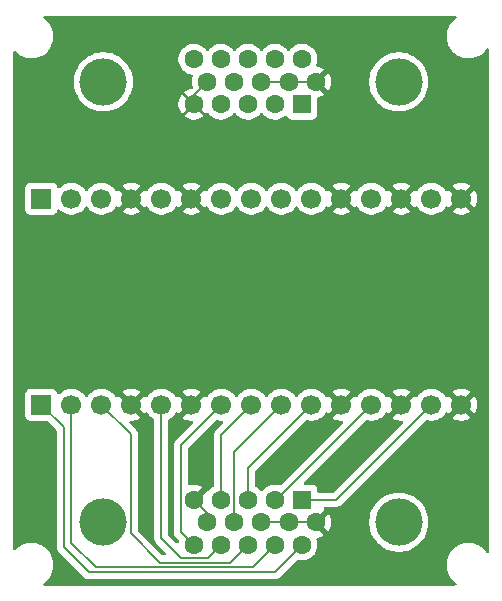
<source format=gbr>
%TF.GenerationSoftware,KiCad,Pcbnew,9.0.1*%
%TF.CreationDate,2025-10-18T13:29:12+03:00*%
%TF.ProjectId,transection-vga,7472616e-7365-4637-9469-6f6e2d766761,rev?*%
%TF.SameCoordinates,Original*%
%TF.FileFunction,Copper,L1,Top*%
%TF.FilePolarity,Positive*%
%FSLAX46Y46*%
G04 Gerber Fmt 4.6, Leading zero omitted, Abs format (unit mm)*
G04 Created by KiCad (PCBNEW 9.0.1) date 2025-10-18 13:29:12*
%MOMM*%
%LPD*%
G01*
G04 APERTURE LIST*
%TA.AperFunction,ComponentPad*%
%ADD10C,4.000000*%
%TD*%
%TA.AperFunction,ComponentPad*%
%ADD11R,1.600000X1.600000*%
%TD*%
%TA.AperFunction,ComponentPad*%
%ADD12C,1.600000*%
%TD*%
%TA.AperFunction,ComponentPad*%
%ADD13R,1.700000X1.700000*%
%TD*%
%TA.AperFunction,ComponentPad*%
%ADD14C,1.700000*%
%TD*%
%TA.AperFunction,Conductor*%
%ADD15C,0.200000*%
%TD*%
G04 APERTURE END LIST*
D10*
%TO.P,J1,0*%
%TO.N,N/C*%
X123345000Y-78856887D03*
X148345000Y-78856887D03*
D11*
%TO.P,J1,1,RED*%
%TO.N,Net-(J1-RED)*%
X140160000Y-80746887D03*
D12*
%TO.P,J1,2,GREEN*%
%TO.N,Net-(J1-GREEN)*%
X137870000Y-80746887D03*
%TO.P,J1,3,BLUE*%
%TO.N,Net-(J1-BLUE)*%
X135580000Y-80746887D03*
%TO.P,J1,4,ID2*%
%TO.N,Net-(J1-ID2)*%
X133290000Y-80746887D03*
%TO.P,J1,5,HGND*%
%TO.N,GND*%
X131000000Y-80746887D03*
%TO.P,J1,6,RED_RTN*%
X141305000Y-78846887D03*
%TO.P,J1,7,GRN_RTN*%
X139015000Y-78846887D03*
%TO.P,J1,8,BLUE_RTN*%
X136725000Y-78846887D03*
%TO.P,J1,9,KEY/PWR*%
%TO.N,Net-(J1-KEY{slash}PWR)*%
X134435000Y-78846887D03*
%TO.P,J1,10,VGND*%
%TO.N,GND*%
X132145000Y-78846887D03*
%TO.P,J1,11,ID0*%
%TO.N,Net-(J1-ID0)*%
X140160000Y-76946887D03*
%TO.P,J1,12,ID1*%
%TO.N,Net-(J1-ID1)*%
X137870000Y-76946887D03*
%TO.P,J1,13,HSync*%
%TO.N,Net-(J1-HSync)*%
X135580000Y-76946887D03*
%TO.P,J1,14,VSync*%
%TO.N,Net-(J1-VSync)*%
X133290000Y-76946887D03*
%TO.P,J1,15,ID3*%
%TO.N,Net-(J1-ID3)*%
X131000000Y-76946887D03*
%TD*%
D10*
%TO.P,J4,0*%
%TO.N,N/C*%
X123345000Y-116140000D03*
X148345000Y-116140000D03*
D11*
%TO.P,J4,1,RED*%
%TO.N,Net-(J3-Pin_14)*%
X140160000Y-114250000D03*
D12*
%TO.P,J4,2,GREEN*%
%TO.N,Net-(J3-Pin_12)*%
X137870000Y-114250000D03*
%TO.P,J4,3,BLUE*%
%TO.N,Net-(J3-Pin_10)*%
X135580000Y-114250000D03*
%TO.P,J4,4,ID2*%
%TO.N,Net-(J3-Pin_8)*%
X133290000Y-114250000D03*
%TO.P,J4,5,HGND*%
%TO.N,GND*%
X131000000Y-114250000D03*
%TO.P,J4,6,RED_RTN*%
X141305000Y-116150000D03*
%TO.P,J4,7,GRN_RTN*%
X139015000Y-116150000D03*
%TO.P,J4,8,BLUE_RTN*%
X136725000Y-116150000D03*
%TO.P,J4,9,KEY/PWR*%
%TO.N,Net-(J3-Pin_9)*%
X134435000Y-116150000D03*
%TO.P,J4,10,VGND*%
%TO.N,GND*%
X132145000Y-116150000D03*
%TO.P,J4,11,ID0*%
%TO.N,Net-(J3-Pin_1)*%
X140160000Y-118050000D03*
%TO.P,J4,12,ID1*%
%TO.N,Net-(J3-Pin_2)*%
X137870000Y-118050000D03*
%TO.P,J4,13,HSync*%
%TO.N,Net-(J3-Pin_3)*%
X135580000Y-118050000D03*
%TO.P,J4,14,VSync*%
%TO.N,Net-(J3-Pin_5)*%
X133290000Y-118050000D03*
%TO.P,J4,15,ID3*%
%TO.N,Net-(J3-Pin_7)*%
X131000000Y-118050000D03*
%TD*%
D13*
%TO.P,J3,1,Pin_1*%
%TO.N,Net-(J3-Pin_1)*%
X118090000Y-106196887D03*
D14*
%TO.P,J3,2,Pin_2*%
%TO.N,Net-(J3-Pin_2)*%
X120630000Y-106196887D03*
%TO.P,J3,3,Pin_3*%
%TO.N,Net-(J3-Pin_3)*%
X123170000Y-106196887D03*
%TO.P,J3,4,Pin_4*%
%TO.N,GND*%
X125710000Y-106196887D03*
%TO.P,J3,5,Pin_5*%
%TO.N,Net-(J3-Pin_5)*%
X128250000Y-106196887D03*
%TO.P,J3,6,Pin_6*%
%TO.N,GND*%
X130790000Y-106196887D03*
%TO.P,J3,7,Pin_7*%
%TO.N,Net-(J3-Pin_7)*%
X133330000Y-106196887D03*
%TO.P,J3,8,Pin_8*%
%TO.N,Net-(J3-Pin_8)*%
X135870000Y-106196887D03*
%TO.P,J3,9,Pin_9*%
%TO.N,Net-(J3-Pin_9)*%
X138410000Y-106196887D03*
%TO.P,J3,10,Pin_10*%
%TO.N,Net-(J3-Pin_10)*%
X140950000Y-106196887D03*
%TO.P,J3,11,Pin_11*%
%TO.N,GND*%
X143490000Y-106196887D03*
%TO.P,J3,12,Pin_12*%
%TO.N,Net-(J3-Pin_12)*%
X146030000Y-106196887D03*
%TO.P,J3,13,Pin_13*%
%TO.N,GND*%
X148570000Y-106196887D03*
%TO.P,J3,14,Pin_14*%
%TO.N,Net-(J3-Pin_14)*%
X151110000Y-106196887D03*
%TO.P,J3,15,Pin_15*%
%TO.N,GND*%
X153650000Y-106196887D03*
%TD*%
D13*
%TO.P,J2,1,Pin_1*%
%TO.N,Net-(J1-ID0)*%
X118090000Y-88750000D03*
D14*
%TO.P,J2,2,Pin_2*%
%TO.N,Net-(J1-ID1)*%
X120630000Y-88750000D03*
%TO.P,J2,3,Pin_3*%
%TO.N,Net-(J1-HSync)*%
X123170000Y-88750000D03*
%TO.P,J2,4,Pin_4*%
%TO.N,GND*%
X125710000Y-88750000D03*
%TO.P,J2,5,Pin_5*%
%TO.N,Net-(J1-VSync)*%
X128250000Y-88750000D03*
%TO.P,J2,6,Pin_6*%
%TO.N,GND*%
X130790000Y-88750000D03*
%TO.P,J2,7,Pin_7*%
%TO.N,Net-(J1-ID3)*%
X133330000Y-88750000D03*
%TO.P,J2,8,Pin_8*%
%TO.N,Net-(J1-ID2)*%
X135870000Y-88750000D03*
%TO.P,J2,9,Pin_9*%
%TO.N,Net-(J1-KEY{slash}PWR)*%
X138410000Y-88750000D03*
%TO.P,J2,10,Pin_10*%
%TO.N,Net-(J1-BLUE)*%
X140950000Y-88750000D03*
%TO.P,J2,11,Pin_11*%
%TO.N,GND*%
X143490000Y-88750000D03*
%TO.P,J2,12,Pin_12*%
%TO.N,Net-(J1-GREEN)*%
X146030000Y-88750000D03*
%TO.P,J2,13,Pin_13*%
%TO.N,GND*%
X148570000Y-88750000D03*
%TO.P,J2,14,Pin_14*%
%TO.N,Net-(J1-RED)*%
X151110000Y-88750000D03*
%TO.P,J2,15,Pin_15*%
%TO.N,GND*%
X153650000Y-88750000D03*
%TD*%
D15*
%TO.N,GND*%
X131000000Y-114250000D02*
X132145000Y-115395000D01*
X136725000Y-116150000D02*
X141305000Y-116150000D01*
X132145000Y-78846887D02*
X131000000Y-79991887D01*
X132145000Y-115395000D02*
X132145000Y-116150000D01*
X136725000Y-78846887D02*
X141305000Y-78846887D01*
X131000000Y-79991887D02*
X131000000Y-80746887D01*
%TO.N,Net-(J3-Pin_10)*%
X140950000Y-106196887D02*
X135580000Y-111566887D01*
X135580000Y-111566887D02*
X135580000Y-114250000D01*
%TO.N,Net-(J3-Pin_7)*%
X133330000Y-106196887D02*
X129899000Y-109627887D01*
X129899000Y-116949000D02*
X131000000Y-118050000D01*
X129899000Y-109627887D02*
X129899000Y-116949000D01*
%TO.N,Net-(J3-Pin_5)*%
X129901000Y-119151000D02*
X128250000Y-117500000D01*
X128250000Y-117500000D02*
X128250000Y-106196887D01*
X133290000Y-118050000D02*
X132189000Y-119151000D01*
X132189000Y-119151000D02*
X129901000Y-119151000D01*
%TO.N,Net-(J3-Pin_3)*%
X128104894Y-119552000D02*
X125646000Y-117093106D01*
X125646000Y-117093106D02*
X125646000Y-108672887D01*
X125646000Y-108672887D02*
X123170000Y-106196887D01*
X134078000Y-119552000D02*
X128104894Y-119552000D01*
X135580000Y-118050000D02*
X134078000Y-119552000D01*
%TO.N,Net-(J3-Pin_1)*%
X120000000Y-118250000D02*
X120000000Y-108106887D01*
X122104000Y-120354000D02*
X120000000Y-118250000D01*
X137856000Y-120354000D02*
X122104000Y-120354000D01*
X140160000Y-118050000D02*
X137856000Y-120354000D01*
X120000000Y-108106887D02*
X118090000Y-106196887D01*
%TO.N,Net-(J3-Pin_14)*%
X151110000Y-106196887D02*
X143056887Y-114250000D01*
X143056887Y-114250000D02*
X140160000Y-114250000D01*
%TO.N,Net-(J3-Pin_2)*%
X135967000Y-119953000D02*
X122703000Y-119953000D01*
X120630000Y-117880000D02*
X120630000Y-106196887D01*
X122703000Y-119953000D02*
X120630000Y-117880000D01*
X137870000Y-118050000D02*
X135967000Y-119953000D01*
%TO.N,Net-(J3-Pin_8)*%
X133290000Y-108776887D02*
X133290000Y-114250000D01*
X135870000Y-106196887D02*
X133290000Y-108776887D01*
%TO.N,Net-(J3-Pin_9)*%
X138410000Y-106196887D02*
X134435000Y-110171887D01*
X134435000Y-110171887D02*
X134435000Y-116150000D01*
%TO.N,Net-(J3-Pin_12)*%
X137976887Y-114250000D02*
X137870000Y-114250000D01*
X146030000Y-106196887D02*
X137976887Y-114250000D01*
%TD*%
%TA.AperFunction,Conductor*%
%TO.N,GND*%
G36*
X126825270Y-106958604D02*
G01*
X126825270Y-106958603D01*
X126864622Y-106904442D01*
X126869232Y-106895394D01*
X126917205Y-106844596D01*
X126985025Y-106827799D01*
X127051161Y-106850334D01*
X127090204Y-106895391D01*
X127094949Y-106904704D01*
X127219890Y-107076673D01*
X127370213Y-107226996D01*
X127542184Y-107351938D01*
X127542184Y-107351939D01*
X127581793Y-107372120D01*
X127632590Y-107420093D01*
X127649500Y-107482605D01*
X127649500Y-117413330D01*
X127649499Y-117413348D01*
X127649499Y-117579054D01*
X127649498Y-117579054D01*
X127649499Y-117579057D01*
X127690423Y-117731785D01*
X127690424Y-117731787D01*
X127690423Y-117731787D01*
X127698322Y-117745467D01*
X127698323Y-117745468D01*
X127769477Y-117868712D01*
X127769481Y-117868717D01*
X127888349Y-117987585D01*
X127888355Y-117987590D01*
X128640583Y-118739819D01*
X128651195Y-118759255D01*
X128665696Y-118775989D01*
X128667612Y-118789320D01*
X128674068Y-118801142D01*
X128672488Y-118823228D01*
X128675640Y-118845147D01*
X128670044Y-118857398D01*
X128669084Y-118870834D01*
X128655813Y-118888560D01*
X128646615Y-118908703D01*
X128635283Y-118915985D01*
X128627212Y-118926767D01*
X128606466Y-118934504D01*
X128587837Y-118946477D01*
X128565918Y-118949628D01*
X128561748Y-118951184D01*
X128552902Y-118951500D01*
X128404991Y-118951500D01*
X128337952Y-118931815D01*
X128317310Y-118915181D01*
X126282819Y-116880690D01*
X126249334Y-116819367D01*
X126246500Y-116793009D01*
X126246500Y-108761947D01*
X126246501Y-108761934D01*
X126246501Y-108593831D01*
X126233444Y-108545102D01*
X126205577Y-108441103D01*
X126205573Y-108441096D01*
X126126524Y-108304177D01*
X126126518Y-108304169D01*
X126118714Y-108296365D01*
X125580915Y-107758566D01*
X125547431Y-107697245D01*
X125552415Y-107627554D01*
X125594286Y-107571620D01*
X125659751Y-107547203D01*
X125668597Y-107546887D01*
X125816246Y-107546887D01*
X126026127Y-107513644D01*
X126026130Y-107513644D01*
X126228217Y-107447982D01*
X126417554Y-107351509D01*
X126471716Y-107312157D01*
X126471717Y-107312157D01*
X125839408Y-106679849D01*
X125902993Y-106662812D01*
X126017007Y-106596986D01*
X126110099Y-106503894D01*
X126175925Y-106389880D01*
X126192962Y-106326296D01*
X126825270Y-106958604D01*
G37*
%TD.AperFunction*%
%TA.AperFunction,Conductor*%
G36*
X130324075Y-106389880D02*
G01*
X130389901Y-106503894D01*
X130482993Y-106596986D01*
X130597007Y-106662812D01*
X130660590Y-106679849D01*
X130028282Y-107312156D01*
X130028282Y-107312157D01*
X130082449Y-107351511D01*
X130271782Y-107447982D01*
X130473870Y-107513644D01*
X130683754Y-107546887D01*
X130831401Y-107546887D01*
X130898440Y-107566572D01*
X130944195Y-107619376D01*
X130954139Y-107688534D01*
X130925114Y-107752090D01*
X130919082Y-107758568D01*
X129530286Y-109147365D01*
X129418481Y-109259169D01*
X129418475Y-109259177D01*
X129373855Y-109336463D01*
X129373855Y-109336464D01*
X129339423Y-109396102D01*
X129298499Y-109548830D01*
X129298499Y-109548832D01*
X129298499Y-109716933D01*
X129298500Y-109716946D01*
X129298500Y-116862330D01*
X129298499Y-116862348D01*
X129298499Y-117028054D01*
X129298498Y-117028054D01*
X129339423Y-117180785D01*
X129352123Y-117202781D01*
X129396361Y-117279404D01*
X129418479Y-117317715D01*
X129537349Y-117436585D01*
X129537355Y-117436590D01*
X129705922Y-117605157D01*
X129739407Y-117666480D01*
X129736173Y-117731154D01*
X129735019Y-117734703D01*
X129731522Y-117745467D01*
X129716703Y-117839031D01*
X129686773Y-117902165D01*
X129627461Y-117939096D01*
X129557599Y-117938098D01*
X129506549Y-117907313D01*
X128886819Y-117287583D01*
X128853334Y-117226260D01*
X128850500Y-117199902D01*
X128850500Y-107482605D01*
X128870185Y-107415566D01*
X128918207Y-107372120D01*
X128957815Y-107351939D01*
X128957815Y-107351938D01*
X128957816Y-107351938D01*
X129049193Y-107285548D01*
X129129786Y-107226996D01*
X129129788Y-107226993D01*
X129129792Y-107226991D01*
X129280104Y-107076679D01*
X129280106Y-107076675D01*
X129280109Y-107076673D01*
X129365890Y-106958604D01*
X129405051Y-106904703D01*
X129409793Y-106895395D01*
X129457763Y-106844598D01*
X129525583Y-106827798D01*
X129591719Y-106850332D01*
X129630763Y-106895387D01*
X129635373Y-106904434D01*
X129674728Y-106958603D01*
X130307037Y-106326295D01*
X130324075Y-106389880D01*
G37*
%TD.AperFunction*%
%TA.AperFunction,Conductor*%
G36*
X132971470Y-107500393D02*
G01*
X133013757Y-107514133D01*
X133223713Y-107547387D01*
X133223714Y-107547387D01*
X133370902Y-107547387D01*
X133437941Y-107567072D01*
X133483696Y-107619876D01*
X133493640Y-107689034D01*
X133464615Y-107752590D01*
X133458583Y-107759068D01*
X132809481Y-108408169D01*
X132809479Y-108408172D01*
X132759361Y-108494981D01*
X132759359Y-108494983D01*
X132730425Y-108545096D01*
X132730424Y-108545097D01*
X132730423Y-108545102D01*
X132689499Y-108697830D01*
X132689499Y-108697832D01*
X132689499Y-108865933D01*
X132689500Y-108865946D01*
X132689500Y-113020397D01*
X132669815Y-113087436D01*
X132621800Y-113130879D01*
X132608389Y-113137712D01*
X132442786Y-113258028D01*
X132298032Y-113402782D01*
X132298028Y-113402787D01*
X132243670Y-113477605D01*
X132188340Y-113520271D01*
X132133624Y-113528338D01*
X132079474Y-113524076D01*
X131482962Y-114120589D01*
X131465925Y-114057007D01*
X131400099Y-113942993D01*
X131307007Y-113849901D01*
X131192993Y-113784075D01*
X131129408Y-113767037D01*
X131725922Y-113170524D01*
X131725921Y-113170523D01*
X131681359Y-113138147D01*
X131681350Y-113138141D01*
X131499031Y-113045244D01*
X131304417Y-112982009D01*
X131102317Y-112950000D01*
X130897683Y-112950000D01*
X130695581Y-112982010D01*
X130695574Y-112982011D01*
X130661817Y-112992980D01*
X130591976Y-112994975D01*
X130532144Y-112958894D01*
X130501316Y-112896193D01*
X130499500Y-112875049D01*
X130499500Y-109927983D01*
X130519185Y-109860944D01*
X130535814Y-109840307D01*
X132845478Y-107530642D01*
X132858833Y-107523350D01*
X132869125Y-107512137D01*
X132888876Y-107506945D01*
X132906799Y-107497159D01*
X132923023Y-107497970D01*
X132936699Y-107494376D01*
X132971470Y-107500393D01*
G37*
%TD.AperFunction*%
%TA.AperFunction,Conductor*%
G36*
X148104075Y-106389880D02*
G01*
X148169901Y-106503894D01*
X148262993Y-106596986D01*
X148377007Y-106662812D01*
X148440590Y-106679849D01*
X147808282Y-107312156D01*
X147808282Y-107312157D01*
X147862449Y-107351511D01*
X148051782Y-107447982D01*
X148253870Y-107513644D01*
X148463754Y-107546887D01*
X148611401Y-107546887D01*
X148678440Y-107566572D01*
X148724195Y-107619376D01*
X148734139Y-107688534D01*
X148705114Y-107752090D01*
X148699082Y-107758568D01*
X142844471Y-113613181D01*
X142783148Y-113646666D01*
X142756790Y-113649500D01*
X141584499Y-113649500D01*
X141517460Y-113629815D01*
X141471705Y-113577011D01*
X141460499Y-113525500D01*
X141460499Y-113402129D01*
X141460498Y-113402123D01*
X141454091Y-113342516D01*
X141403797Y-113207671D01*
X141403793Y-113207664D01*
X141317547Y-113092455D01*
X141317544Y-113092452D01*
X141202335Y-113006206D01*
X141202328Y-113006202D01*
X141067482Y-112955908D01*
X141067483Y-112955908D01*
X141007883Y-112949501D01*
X141007881Y-112949500D01*
X141007873Y-112949500D01*
X141007865Y-112949500D01*
X140425983Y-112949500D01*
X140358944Y-112929815D01*
X140313189Y-112877011D01*
X140303245Y-112807853D01*
X140332270Y-112744297D01*
X140338302Y-112737819D01*
X142691819Y-110384302D01*
X145545478Y-107530642D01*
X145606799Y-107497159D01*
X145671473Y-107500393D01*
X145713757Y-107514133D01*
X145923713Y-107547387D01*
X145923714Y-107547387D01*
X146136286Y-107547387D01*
X146136287Y-107547387D01*
X146346243Y-107514133D01*
X146548412Y-107448444D01*
X146737816Y-107351938D01*
X146824138Y-107289222D01*
X146909786Y-107226996D01*
X146909788Y-107226993D01*
X146909792Y-107226991D01*
X147060104Y-107076679D01*
X147060106Y-107076675D01*
X147060109Y-107076673D01*
X147145890Y-106958604D01*
X147185051Y-106904703D01*
X147189793Y-106895395D01*
X147237763Y-106844598D01*
X147305583Y-106827798D01*
X147371719Y-106850332D01*
X147410763Y-106895387D01*
X147415373Y-106904434D01*
X147454728Y-106958603D01*
X148087037Y-106326295D01*
X148104075Y-106389880D01*
G37*
%TD.AperFunction*%
%TA.AperFunction,Conductor*%
G36*
X143024075Y-106389880D02*
G01*
X143089901Y-106503894D01*
X143182993Y-106596986D01*
X143297007Y-106662812D01*
X143360590Y-106679849D01*
X142728282Y-107312156D01*
X142728282Y-107312157D01*
X142782449Y-107351511D01*
X142971782Y-107447982D01*
X143173870Y-107513644D01*
X143383754Y-107546887D01*
X143531401Y-107546887D01*
X143598440Y-107566572D01*
X143644195Y-107619376D01*
X143654139Y-107688534D01*
X143625114Y-107752090D01*
X143619082Y-107758568D01*
X138395516Y-112982134D01*
X138334193Y-113015619D01*
X138269517Y-113012384D01*
X138174537Y-112981523D01*
X138012810Y-112955908D01*
X137972352Y-112949500D01*
X137767648Y-112949500D01*
X137743329Y-112953351D01*
X137565465Y-112981522D01*
X137370776Y-113044781D01*
X137188386Y-113137715D01*
X137022786Y-113258028D01*
X136878032Y-113402782D01*
X136878028Y-113402787D01*
X136825318Y-113475337D01*
X136769988Y-113518003D01*
X136700375Y-113523982D01*
X136638580Y-113491376D01*
X136624682Y-113475337D01*
X136571971Y-113402787D01*
X136571967Y-113402782D01*
X136427213Y-113258028D01*
X136261610Y-113137712D01*
X136248200Y-113130879D01*
X136197406Y-113082903D01*
X136180500Y-113020397D01*
X136180500Y-111866983D01*
X136200185Y-111799944D01*
X136216814Y-111779307D01*
X140465478Y-107530642D01*
X140526799Y-107497159D01*
X140591473Y-107500393D01*
X140633757Y-107514133D01*
X140843713Y-107547387D01*
X140843714Y-107547387D01*
X141056286Y-107547387D01*
X141056287Y-107547387D01*
X141266243Y-107514133D01*
X141468412Y-107448444D01*
X141657816Y-107351938D01*
X141744138Y-107289222D01*
X141829786Y-107226996D01*
X141829788Y-107226993D01*
X141829792Y-107226991D01*
X141980104Y-107076679D01*
X141980106Y-107076675D01*
X141980109Y-107076673D01*
X142065890Y-106958604D01*
X142105051Y-106904703D01*
X142109793Y-106895395D01*
X142157763Y-106844598D01*
X142225583Y-106827798D01*
X142291719Y-106850332D01*
X142330763Y-106895387D01*
X142335373Y-106904434D01*
X142374728Y-106958603D01*
X143007037Y-106326295D01*
X143024075Y-106389880D01*
G37*
%TD.AperFunction*%
%TA.AperFunction,Conductor*%
G36*
X153191960Y-73270185D02*
G01*
X153237715Y-73322989D01*
X153247659Y-73392147D01*
X153218634Y-73455703D01*
X153200407Y-73472876D01*
X153027263Y-73605733D01*
X153027256Y-73605739D01*
X152855739Y-73777256D01*
X152855733Y-73777263D01*
X152708067Y-73969706D01*
X152586777Y-74179785D01*
X152586773Y-74179794D01*
X152493947Y-74403895D01*
X152431161Y-74638214D01*
X152399500Y-74878711D01*
X152399500Y-75121288D01*
X152431161Y-75361785D01*
X152493947Y-75596104D01*
X152554242Y-75741668D01*
X152586776Y-75820212D01*
X152708064Y-76030289D01*
X152708066Y-76030292D01*
X152708067Y-76030293D01*
X152855733Y-76222736D01*
X152855739Y-76222743D01*
X153027256Y-76394260D01*
X153027263Y-76394266D01*
X153100327Y-76450330D01*
X153219711Y-76541936D01*
X153429788Y-76663224D01*
X153653900Y-76756054D01*
X153888211Y-76818838D01*
X154068586Y-76842584D01*
X154128711Y-76850500D01*
X154128712Y-76850500D01*
X154371289Y-76850500D01*
X154419388Y-76844167D01*
X154611789Y-76818838D01*
X154846100Y-76756054D01*
X155070212Y-76663224D01*
X155280289Y-76541936D01*
X155472738Y-76394265D01*
X155644265Y-76222738D01*
X155777124Y-76049591D01*
X155833552Y-76008389D01*
X155903298Y-76004234D01*
X155964218Y-76038446D01*
X155996971Y-76100163D01*
X155999500Y-76125078D01*
X155999500Y-118624921D01*
X155979815Y-118691960D01*
X155927011Y-118737715D01*
X155857853Y-118747659D01*
X155794297Y-118718634D01*
X155777124Y-118700407D01*
X155644266Y-118527263D01*
X155644260Y-118527256D01*
X155472743Y-118355739D01*
X155472736Y-118355733D01*
X155280293Y-118208067D01*
X155280292Y-118208066D01*
X155280289Y-118208064D01*
X155070212Y-118086776D01*
X155070205Y-118086773D01*
X154846104Y-117993947D01*
X154611785Y-117931161D01*
X154371289Y-117899500D01*
X154371288Y-117899500D01*
X154128712Y-117899500D01*
X154128711Y-117899500D01*
X153888214Y-117931161D01*
X153653895Y-117993947D01*
X153429794Y-118086773D01*
X153429785Y-118086777D01*
X153219706Y-118208067D01*
X153027263Y-118355733D01*
X153027256Y-118355739D01*
X152855739Y-118527256D01*
X152855733Y-118527263D01*
X152708067Y-118719706D01*
X152586777Y-118929785D01*
X152586773Y-118929794D01*
X152493947Y-119153895D01*
X152431161Y-119388214D01*
X152399500Y-119628711D01*
X152399500Y-119871288D01*
X152431161Y-120111785D01*
X152493947Y-120346104D01*
X152586773Y-120570205D01*
X152586776Y-120570212D01*
X152708064Y-120780289D01*
X152708066Y-120780292D01*
X152708067Y-120780293D01*
X152855733Y-120972736D01*
X152855739Y-120972743D01*
X153027256Y-121144260D01*
X153027263Y-121144266D01*
X153200407Y-121277124D01*
X153241610Y-121333552D01*
X153245765Y-121403298D01*
X153211553Y-121464218D01*
X153149836Y-121496971D01*
X153124921Y-121499500D01*
X118375079Y-121499500D01*
X118308040Y-121479815D01*
X118262285Y-121427011D01*
X118252341Y-121357853D01*
X118281366Y-121294297D01*
X118299593Y-121277124D01*
X118378619Y-121216484D01*
X118472738Y-121144265D01*
X118644265Y-120972738D01*
X118791936Y-120780289D01*
X118913224Y-120570212D01*
X119006054Y-120346100D01*
X119068838Y-120111789D01*
X119100500Y-119871288D01*
X119100500Y-119628712D01*
X119068838Y-119388211D01*
X119006054Y-119153900D01*
X118913224Y-118929788D01*
X118791936Y-118719711D01*
X118644265Y-118527262D01*
X118644260Y-118527256D01*
X118472743Y-118355739D01*
X118472736Y-118355733D01*
X118280293Y-118208067D01*
X118280292Y-118208066D01*
X118280289Y-118208064D01*
X118070212Y-118086776D01*
X118070205Y-118086773D01*
X117846104Y-117993947D01*
X117611785Y-117931161D01*
X117371289Y-117899500D01*
X117371288Y-117899500D01*
X117128712Y-117899500D01*
X117128711Y-117899500D01*
X116888214Y-117931161D01*
X116653895Y-117993947D01*
X116429794Y-118086773D01*
X116429785Y-118086777D01*
X116219706Y-118208067D01*
X116027263Y-118355733D01*
X116027256Y-118355739D01*
X115912181Y-118470815D01*
X115850858Y-118504300D01*
X115781166Y-118499316D01*
X115725233Y-118457444D01*
X115700816Y-118391980D01*
X115700500Y-118383134D01*
X115700500Y-105299022D01*
X116739500Y-105299022D01*
X116739500Y-107094757D01*
X116739501Y-107094763D01*
X116745908Y-107154370D01*
X116796202Y-107289215D01*
X116796206Y-107289222D01*
X116882452Y-107404431D01*
X116882455Y-107404434D01*
X116997664Y-107490680D01*
X116997671Y-107490684D01*
X117132517Y-107540978D01*
X117132516Y-107540978D01*
X117139444Y-107541722D01*
X117192127Y-107547387D01*
X118539902Y-107547386D01*
X118606941Y-107567071D01*
X118627583Y-107583705D01*
X119363181Y-108319303D01*
X119396666Y-108380626D01*
X119399500Y-108406984D01*
X119399500Y-118163330D01*
X119399499Y-118163348D01*
X119399499Y-118329054D01*
X119399498Y-118329054D01*
X119440423Y-118481786D01*
X119440424Y-118481787D01*
X119466679Y-118527262D01*
X119519480Y-118618716D01*
X119519482Y-118618718D01*
X119638349Y-118737585D01*
X119638355Y-118737590D01*
X121619139Y-120718374D01*
X121619149Y-120718385D01*
X121623479Y-120722715D01*
X121623480Y-120722716D01*
X121735284Y-120834520D01*
X121735286Y-120834521D01*
X121735290Y-120834524D01*
X121872209Y-120913573D01*
X121872216Y-120913577D01*
X121984019Y-120943534D01*
X122024942Y-120954500D01*
X122024943Y-120954500D01*
X137769331Y-120954500D01*
X137769347Y-120954501D01*
X137776943Y-120954501D01*
X137935054Y-120954501D01*
X137935057Y-120954501D01*
X138087785Y-120913577D01*
X138137904Y-120884639D01*
X138224716Y-120834520D01*
X138336520Y-120722716D01*
X138336520Y-120722714D01*
X138346728Y-120712507D01*
X138346730Y-120712504D01*
X139715158Y-119344075D01*
X139776479Y-119310592D01*
X139841151Y-119313825D01*
X139855466Y-119318477D01*
X139855471Y-119318477D01*
X139855472Y-119318478D01*
X139900255Y-119325571D01*
X140057648Y-119350500D01*
X140057649Y-119350500D01*
X140262351Y-119350500D01*
X140262352Y-119350500D01*
X140464534Y-119318477D01*
X140659219Y-119255220D01*
X140841610Y-119162287D01*
X140934590Y-119094732D01*
X141007213Y-119041971D01*
X141007215Y-119041968D01*
X141007219Y-119041966D01*
X141151966Y-118897219D01*
X141151968Y-118897215D01*
X141151971Y-118897213D01*
X141221769Y-118801142D01*
X141272287Y-118731610D01*
X141365220Y-118549219D01*
X141428477Y-118354534D01*
X141460500Y-118152352D01*
X141460500Y-117947648D01*
X141447998Y-117868712D01*
X141428477Y-117745465D01*
X141416102Y-117707379D01*
X141381000Y-117599349D01*
X141379006Y-117529512D01*
X141415086Y-117469679D01*
X141477786Y-117438850D01*
X141479535Y-117438561D01*
X141609416Y-117417990D01*
X141609417Y-117417990D01*
X141804031Y-117354755D01*
X141986349Y-117261859D01*
X142030921Y-117229474D01*
X141434409Y-116632962D01*
X141497993Y-116615925D01*
X141612007Y-116550099D01*
X141705099Y-116457007D01*
X141770925Y-116342993D01*
X141787962Y-116279409D01*
X142384474Y-116875921D01*
X142416859Y-116831349D01*
X142509755Y-116649031D01*
X142572990Y-116454417D01*
X142605000Y-116252317D01*
X142605000Y-116047681D01*
X142599902Y-116015493D01*
X142597380Y-115999568D01*
X145844500Y-115999568D01*
X145844500Y-116280431D01*
X145875942Y-116559494D01*
X145875945Y-116559512D01*
X145938439Y-116833317D01*
X145938443Y-116833329D01*
X146031200Y-117098411D01*
X146153053Y-117351442D01*
X146153055Y-117351445D01*
X146302477Y-117589248D01*
X146477584Y-117808825D01*
X146676175Y-118007416D01*
X146895752Y-118182523D01*
X147128954Y-118329054D01*
X147133557Y-118331946D01*
X147182964Y-118355739D01*
X147386592Y-118453801D01*
X147530910Y-118504300D01*
X147651670Y-118546556D01*
X147651682Y-118546560D01*
X147925491Y-118609055D01*
X147925497Y-118609055D01*
X147925505Y-118609057D01*
X148111547Y-118630018D01*
X148204569Y-118640499D01*
X148204572Y-118640500D01*
X148204575Y-118640500D01*
X148485428Y-118640500D01*
X148485429Y-118640499D01*
X148628055Y-118624429D01*
X148764494Y-118609057D01*
X148764499Y-118609056D01*
X148764509Y-118609055D01*
X149038318Y-118546560D01*
X149303408Y-118453801D01*
X149556445Y-118331945D01*
X149794248Y-118182523D01*
X150013825Y-118007416D01*
X150212416Y-117808825D01*
X150387523Y-117589248D01*
X150536945Y-117351445D01*
X150658801Y-117098408D01*
X150751560Y-116833318D01*
X150814055Y-116559509D01*
X150815116Y-116550099D01*
X150845499Y-116280431D01*
X150845500Y-116280427D01*
X150845500Y-115999572D01*
X150845499Y-115999568D01*
X150814057Y-115720505D01*
X150814054Y-115720487D01*
X150775255Y-115550499D01*
X150751560Y-115446682D01*
X150658801Y-115181592D01*
X150536945Y-114928555D01*
X150387523Y-114690752D01*
X150212416Y-114471175D01*
X150013825Y-114272584D01*
X149794248Y-114097477D01*
X149556445Y-113948055D01*
X149556442Y-113948053D01*
X149303411Y-113826200D01*
X149038329Y-113733443D01*
X149038317Y-113733439D01*
X148764512Y-113670945D01*
X148764494Y-113670942D01*
X148485431Y-113639500D01*
X148485425Y-113639500D01*
X148204575Y-113639500D01*
X148204568Y-113639500D01*
X147925505Y-113670942D01*
X147925487Y-113670945D01*
X147651682Y-113733439D01*
X147651670Y-113733443D01*
X147386588Y-113826200D01*
X147133557Y-113948053D01*
X146895753Y-114097476D01*
X146676175Y-114272583D01*
X146477583Y-114471175D01*
X146302476Y-114690753D01*
X146153053Y-114928557D01*
X146031200Y-115181588D01*
X145938443Y-115446670D01*
X145938439Y-115446682D01*
X145875945Y-115720487D01*
X145875942Y-115720505D01*
X145844500Y-115999568D01*
X142597380Y-115999568D01*
X142572990Y-115845582D01*
X142509755Y-115650968D01*
X142416859Y-115468650D01*
X142384474Y-115424077D01*
X142384474Y-115424076D01*
X141787962Y-116020589D01*
X141770925Y-115957007D01*
X141705099Y-115842993D01*
X141612007Y-115749901D01*
X141497993Y-115684075D01*
X141434408Y-115667037D01*
X142030922Y-115070524D01*
X142030626Y-115066769D01*
X141994167Y-115019489D01*
X141988188Y-114949876D01*
X142020793Y-114888081D01*
X142081631Y-114853723D01*
X142109718Y-114850500D01*
X142970218Y-114850500D01*
X142970234Y-114850501D01*
X142977830Y-114850501D01*
X143135941Y-114850501D01*
X143135944Y-114850501D01*
X143288672Y-114809577D01*
X143388273Y-114752072D01*
X143425603Y-114730520D01*
X143537407Y-114618716D01*
X143537408Y-114618713D01*
X150625478Y-107530642D01*
X150686799Y-107497159D01*
X150751473Y-107500393D01*
X150793757Y-107514133D01*
X151003713Y-107547387D01*
X151003714Y-107547387D01*
X151216286Y-107547387D01*
X151216287Y-107547387D01*
X151426243Y-107514133D01*
X151628412Y-107448444D01*
X151817816Y-107351938D01*
X151904138Y-107289222D01*
X151989786Y-107226996D01*
X151989788Y-107226993D01*
X151989792Y-107226991D01*
X152140104Y-107076679D01*
X152140106Y-107076675D01*
X152140109Y-107076673D01*
X152225890Y-106958604D01*
X152265051Y-106904703D01*
X152269793Y-106895395D01*
X152317763Y-106844598D01*
X152385583Y-106827798D01*
X152451719Y-106850332D01*
X152490763Y-106895387D01*
X152495373Y-106904434D01*
X152534728Y-106958603D01*
X153167037Y-106326295D01*
X153184075Y-106389880D01*
X153249901Y-106503894D01*
X153342993Y-106596986D01*
X153457007Y-106662812D01*
X153520590Y-106679849D01*
X152888282Y-107312156D01*
X152888282Y-107312157D01*
X152942449Y-107351511D01*
X153131782Y-107447982D01*
X153333870Y-107513644D01*
X153543754Y-107546887D01*
X153756246Y-107546887D01*
X153966127Y-107513644D01*
X153966130Y-107513644D01*
X154168217Y-107447982D01*
X154357554Y-107351509D01*
X154411716Y-107312157D01*
X154411717Y-107312157D01*
X153779408Y-106679849D01*
X153842993Y-106662812D01*
X153957007Y-106596986D01*
X154050099Y-106503894D01*
X154115925Y-106389880D01*
X154132962Y-106326295D01*
X154765270Y-106958604D01*
X154765270Y-106958603D01*
X154804622Y-106904441D01*
X154901095Y-106715104D01*
X154966757Y-106513017D01*
X154966757Y-106513014D01*
X155000000Y-106303133D01*
X155000000Y-106090640D01*
X154966757Y-105880759D01*
X154966757Y-105880756D01*
X154901095Y-105678669D01*
X154804624Y-105489336D01*
X154765270Y-105435169D01*
X154765269Y-105435169D01*
X154132962Y-106067477D01*
X154115925Y-106003894D01*
X154050099Y-105889880D01*
X153957007Y-105796788D01*
X153842993Y-105730962D01*
X153779409Y-105713924D01*
X154411716Y-105081615D01*
X154357550Y-105042262D01*
X154168217Y-104945791D01*
X153966129Y-104880129D01*
X153756246Y-104846887D01*
X153543754Y-104846887D01*
X153333872Y-104880129D01*
X153333869Y-104880129D01*
X153131782Y-104945791D01*
X152942439Y-105042267D01*
X152888282Y-105081614D01*
X152888282Y-105081615D01*
X153520591Y-105713924D01*
X153457007Y-105730962D01*
X153342993Y-105796788D01*
X153249901Y-105889880D01*
X153184075Y-106003894D01*
X153167037Y-106067478D01*
X152534728Y-105435169D01*
X152534727Y-105435169D01*
X152495380Y-105489327D01*
X152495376Y-105489333D01*
X152490760Y-105498392D01*
X152442781Y-105549184D01*
X152374959Y-105565974D01*
X152308826Y-105543430D01*
X152269794Y-105498380D01*
X152265051Y-105489071D01*
X152265049Y-105489068D01*
X152265048Y-105489066D01*
X152140109Y-105317100D01*
X151989786Y-105166777D01*
X151817820Y-105041838D01*
X151628414Y-104945331D01*
X151628413Y-104945330D01*
X151628412Y-104945330D01*
X151426243Y-104879641D01*
X151426241Y-104879640D01*
X151426240Y-104879640D01*
X151264957Y-104854095D01*
X151216287Y-104846387D01*
X151003713Y-104846387D01*
X150955042Y-104854095D01*
X150793760Y-104879640D01*
X150591585Y-104945331D01*
X150402179Y-105041838D01*
X150230213Y-105166777D01*
X150079890Y-105317100D01*
X149954949Y-105489069D01*
X149950202Y-105498386D01*
X149902227Y-105549180D01*
X149834405Y-105565974D01*
X149768271Y-105543435D01*
X149729234Y-105498382D01*
X149724626Y-105489339D01*
X149685270Y-105435169D01*
X149052962Y-106067477D01*
X149035925Y-106003894D01*
X148970099Y-105889880D01*
X148877007Y-105796788D01*
X148762993Y-105730962D01*
X148699409Y-105713924D01*
X149331716Y-105081615D01*
X149277550Y-105042262D01*
X149088217Y-104945791D01*
X148886129Y-104880129D01*
X148676246Y-104846887D01*
X148463754Y-104846887D01*
X148253872Y-104880129D01*
X148253869Y-104880129D01*
X148051782Y-104945791D01*
X147862439Y-105042267D01*
X147808282Y-105081614D01*
X147808282Y-105081615D01*
X148440591Y-105713924D01*
X148377007Y-105730962D01*
X148262993Y-105796788D01*
X148169901Y-105889880D01*
X148104075Y-106003894D01*
X148087037Y-106067478D01*
X147454728Y-105435169D01*
X147454727Y-105435169D01*
X147415380Y-105489327D01*
X147415376Y-105489333D01*
X147410760Y-105498392D01*
X147362781Y-105549184D01*
X147294959Y-105565974D01*
X147228826Y-105543430D01*
X147189794Y-105498380D01*
X147185051Y-105489071D01*
X147185049Y-105489068D01*
X147185048Y-105489066D01*
X147060109Y-105317100D01*
X146909786Y-105166777D01*
X146737820Y-105041838D01*
X146548414Y-104945331D01*
X146548413Y-104945330D01*
X146548412Y-104945330D01*
X146346243Y-104879641D01*
X146346241Y-104879640D01*
X146346240Y-104879640D01*
X146184957Y-104854095D01*
X146136287Y-104846387D01*
X145923713Y-104846387D01*
X145875042Y-104854095D01*
X145713760Y-104879640D01*
X145511585Y-104945331D01*
X145322179Y-105041838D01*
X145150213Y-105166777D01*
X144999890Y-105317100D01*
X144874949Y-105489069D01*
X144870202Y-105498386D01*
X144822227Y-105549180D01*
X144754405Y-105565974D01*
X144688271Y-105543435D01*
X144649234Y-105498382D01*
X144644626Y-105489339D01*
X144605270Y-105435169D01*
X143972962Y-106067477D01*
X143955925Y-106003894D01*
X143890099Y-105889880D01*
X143797007Y-105796788D01*
X143682993Y-105730962D01*
X143619409Y-105713924D01*
X144251716Y-105081615D01*
X144197550Y-105042262D01*
X144008217Y-104945791D01*
X143806129Y-104880129D01*
X143596246Y-104846887D01*
X143383754Y-104846887D01*
X143173872Y-104880129D01*
X143173869Y-104880129D01*
X142971782Y-104945791D01*
X142782439Y-105042267D01*
X142728282Y-105081614D01*
X142728282Y-105081615D01*
X143360591Y-105713924D01*
X143297007Y-105730962D01*
X143182993Y-105796788D01*
X143089901Y-105889880D01*
X143024075Y-106003894D01*
X143007037Y-106067478D01*
X142374728Y-105435169D01*
X142374727Y-105435169D01*
X142335380Y-105489327D01*
X142335376Y-105489333D01*
X142330760Y-105498392D01*
X142282781Y-105549184D01*
X142214959Y-105565974D01*
X142148826Y-105543430D01*
X142109794Y-105498380D01*
X142105051Y-105489071D01*
X142105049Y-105489068D01*
X142105048Y-105489066D01*
X141980109Y-105317100D01*
X141829786Y-105166777D01*
X141657820Y-105041838D01*
X141468414Y-104945331D01*
X141468413Y-104945330D01*
X141468412Y-104945330D01*
X141266243Y-104879641D01*
X141266241Y-104879640D01*
X141266240Y-104879640D01*
X141104957Y-104854095D01*
X141056287Y-104846387D01*
X140843713Y-104846387D01*
X140795042Y-104854095D01*
X140633760Y-104879640D01*
X140431585Y-104945331D01*
X140242179Y-105041838D01*
X140070213Y-105166777D01*
X139919890Y-105317100D01*
X139794949Y-105489069D01*
X139790484Y-105497833D01*
X139742509Y-105548629D01*
X139674688Y-105565423D01*
X139608553Y-105542885D01*
X139569516Y-105497833D01*
X139565050Y-105489069D01*
X139440109Y-105317100D01*
X139289786Y-105166777D01*
X139117820Y-105041838D01*
X138928414Y-104945331D01*
X138928413Y-104945330D01*
X138928412Y-104945330D01*
X138726243Y-104879641D01*
X138726241Y-104879640D01*
X138726240Y-104879640D01*
X138564957Y-104854095D01*
X138516287Y-104846387D01*
X138303713Y-104846387D01*
X138255042Y-104854095D01*
X138093760Y-104879640D01*
X137891585Y-104945331D01*
X137702179Y-105041838D01*
X137530213Y-105166777D01*
X137379890Y-105317100D01*
X137254949Y-105489069D01*
X137250484Y-105497833D01*
X137202509Y-105548629D01*
X137134688Y-105565423D01*
X137068553Y-105542885D01*
X137029516Y-105497833D01*
X137025050Y-105489069D01*
X136900109Y-105317100D01*
X136749786Y-105166777D01*
X136577820Y-105041838D01*
X136388414Y-104945331D01*
X136388413Y-104945330D01*
X136388412Y-104945330D01*
X136186243Y-104879641D01*
X136186241Y-104879640D01*
X136186240Y-104879640D01*
X136024957Y-104854095D01*
X135976287Y-104846387D01*
X135763713Y-104846387D01*
X135715042Y-104854095D01*
X135553760Y-104879640D01*
X135351585Y-104945331D01*
X135162179Y-105041838D01*
X134990213Y-105166777D01*
X134839890Y-105317100D01*
X134714949Y-105489069D01*
X134710484Y-105497833D01*
X134662509Y-105548629D01*
X134594688Y-105565423D01*
X134528553Y-105542885D01*
X134489516Y-105497833D01*
X134485050Y-105489069D01*
X134360109Y-105317100D01*
X134209786Y-105166777D01*
X134037820Y-105041838D01*
X133848414Y-104945331D01*
X133848413Y-104945330D01*
X133848412Y-104945330D01*
X133646243Y-104879641D01*
X133646241Y-104879640D01*
X133646240Y-104879640D01*
X133484957Y-104854095D01*
X133436287Y-104846387D01*
X133223713Y-104846387D01*
X133175042Y-104854095D01*
X133013760Y-104879640D01*
X132811585Y-104945331D01*
X132622179Y-105041838D01*
X132450213Y-105166777D01*
X132299890Y-105317100D01*
X132174949Y-105489069D01*
X132170202Y-105498386D01*
X132122227Y-105549180D01*
X132054405Y-105565974D01*
X131988271Y-105543435D01*
X131949234Y-105498382D01*
X131944626Y-105489339D01*
X131905270Y-105435169D01*
X131272962Y-106067477D01*
X131255925Y-106003894D01*
X131190099Y-105889880D01*
X131097007Y-105796788D01*
X130982993Y-105730962D01*
X130919409Y-105713924D01*
X131551716Y-105081615D01*
X131497550Y-105042262D01*
X131308217Y-104945791D01*
X131106129Y-104880129D01*
X130896246Y-104846887D01*
X130683754Y-104846887D01*
X130473872Y-104880129D01*
X130473869Y-104880129D01*
X130271782Y-104945791D01*
X130082439Y-105042267D01*
X130028282Y-105081614D01*
X130028282Y-105081615D01*
X130660591Y-105713924D01*
X130597007Y-105730962D01*
X130482993Y-105796788D01*
X130389901Y-105889880D01*
X130324075Y-106003894D01*
X130307037Y-106067478D01*
X129674728Y-105435169D01*
X129674727Y-105435169D01*
X129635380Y-105489327D01*
X129635376Y-105489333D01*
X129630760Y-105498392D01*
X129582781Y-105549184D01*
X129514959Y-105565974D01*
X129448826Y-105543430D01*
X129409794Y-105498380D01*
X129405051Y-105489071D01*
X129405049Y-105489068D01*
X129405048Y-105489066D01*
X129280109Y-105317100D01*
X129129786Y-105166777D01*
X128957820Y-105041838D01*
X128768414Y-104945331D01*
X128768413Y-104945330D01*
X128768412Y-104945330D01*
X128566243Y-104879641D01*
X128566241Y-104879640D01*
X128566240Y-104879640D01*
X128404957Y-104854095D01*
X128356287Y-104846387D01*
X128143713Y-104846387D01*
X128095042Y-104854095D01*
X127933760Y-104879640D01*
X127731585Y-104945331D01*
X127542179Y-105041838D01*
X127370213Y-105166777D01*
X127219890Y-105317100D01*
X127094949Y-105489069D01*
X127090202Y-105498386D01*
X127042227Y-105549180D01*
X126974405Y-105565974D01*
X126908271Y-105543435D01*
X126869234Y-105498382D01*
X126864626Y-105489339D01*
X126825270Y-105435169D01*
X126825269Y-105435169D01*
X126192962Y-106067477D01*
X126175925Y-106003894D01*
X126110099Y-105889880D01*
X126017007Y-105796788D01*
X125902993Y-105730962D01*
X125839409Y-105713924D01*
X126471716Y-105081615D01*
X126417550Y-105042262D01*
X126228217Y-104945791D01*
X126026129Y-104880129D01*
X125816246Y-104846887D01*
X125603754Y-104846887D01*
X125393872Y-104880129D01*
X125393869Y-104880129D01*
X125191782Y-104945791D01*
X125002439Y-105042267D01*
X124948282Y-105081614D01*
X124948282Y-105081615D01*
X125580591Y-105713924D01*
X125517007Y-105730962D01*
X125402993Y-105796788D01*
X125309901Y-105889880D01*
X125244075Y-106003894D01*
X125227037Y-106067478D01*
X124594728Y-105435169D01*
X124594727Y-105435169D01*
X124555380Y-105489327D01*
X124555376Y-105489333D01*
X124550760Y-105498392D01*
X124502781Y-105549184D01*
X124434959Y-105565974D01*
X124368826Y-105543430D01*
X124329794Y-105498380D01*
X124325051Y-105489071D01*
X124325049Y-105489068D01*
X124325048Y-105489066D01*
X124200109Y-105317100D01*
X124049786Y-105166777D01*
X123877820Y-105041838D01*
X123688414Y-104945331D01*
X123688413Y-104945330D01*
X123688412Y-104945330D01*
X123486243Y-104879641D01*
X123486241Y-104879640D01*
X123486240Y-104879640D01*
X123324957Y-104854095D01*
X123276287Y-104846387D01*
X123063713Y-104846387D01*
X123015042Y-104854095D01*
X122853760Y-104879640D01*
X122651585Y-104945331D01*
X122462179Y-105041838D01*
X122290213Y-105166777D01*
X122139890Y-105317100D01*
X122014949Y-105489069D01*
X122010484Y-105497833D01*
X121962509Y-105548629D01*
X121894688Y-105565423D01*
X121828553Y-105542885D01*
X121789516Y-105497833D01*
X121785050Y-105489069D01*
X121660109Y-105317100D01*
X121509786Y-105166777D01*
X121337820Y-105041838D01*
X121148414Y-104945331D01*
X121148413Y-104945330D01*
X121148412Y-104945330D01*
X120946243Y-104879641D01*
X120946241Y-104879640D01*
X120946240Y-104879640D01*
X120784957Y-104854095D01*
X120736287Y-104846387D01*
X120523713Y-104846387D01*
X120475042Y-104854095D01*
X120313760Y-104879640D01*
X120111585Y-104945331D01*
X119922179Y-105041838D01*
X119750215Y-105166776D01*
X119636673Y-105280318D01*
X119575350Y-105313802D01*
X119505658Y-105308818D01*
X119449725Y-105266946D01*
X119432810Y-105235969D01*
X119383797Y-105104558D01*
X119383793Y-105104551D01*
X119297547Y-104989342D01*
X119297544Y-104989339D01*
X119182335Y-104903093D01*
X119182328Y-104903089D01*
X119047482Y-104852795D01*
X119047483Y-104852795D01*
X118987883Y-104846388D01*
X118987881Y-104846387D01*
X118987873Y-104846387D01*
X118987864Y-104846387D01*
X117192129Y-104846387D01*
X117192123Y-104846388D01*
X117132516Y-104852795D01*
X116997671Y-104903089D01*
X116997664Y-104903093D01*
X116882455Y-104989339D01*
X116882452Y-104989342D01*
X116796206Y-105104551D01*
X116796202Y-105104558D01*
X116745908Y-105239404D01*
X116739501Y-105299003D01*
X116739500Y-105299022D01*
X115700500Y-105299022D01*
X115700500Y-87852135D01*
X116739500Y-87852135D01*
X116739500Y-89647870D01*
X116739501Y-89647876D01*
X116745908Y-89707483D01*
X116796202Y-89842328D01*
X116796206Y-89842335D01*
X116882452Y-89957544D01*
X116882455Y-89957547D01*
X116997664Y-90043793D01*
X116997671Y-90043797D01*
X117132517Y-90094091D01*
X117132516Y-90094091D01*
X117139444Y-90094835D01*
X117192127Y-90100500D01*
X118987872Y-90100499D01*
X119047483Y-90094091D01*
X119182331Y-90043796D01*
X119297546Y-89957546D01*
X119383796Y-89842331D01*
X119432810Y-89710916D01*
X119474681Y-89654984D01*
X119540145Y-89630566D01*
X119608418Y-89645417D01*
X119636673Y-89666569D01*
X119750213Y-89780109D01*
X119922179Y-89905048D01*
X119922181Y-89905049D01*
X119922184Y-89905051D01*
X120111588Y-90001557D01*
X120313757Y-90067246D01*
X120523713Y-90100500D01*
X120523714Y-90100500D01*
X120736286Y-90100500D01*
X120736287Y-90100500D01*
X120946243Y-90067246D01*
X121148412Y-90001557D01*
X121337816Y-89905051D01*
X121424138Y-89842335D01*
X121509786Y-89780109D01*
X121509788Y-89780106D01*
X121509792Y-89780104D01*
X121660104Y-89629792D01*
X121660106Y-89629788D01*
X121660109Y-89629786D01*
X121785048Y-89457820D01*
X121785047Y-89457820D01*
X121785051Y-89457816D01*
X121789514Y-89449054D01*
X121837488Y-89398259D01*
X121905308Y-89381463D01*
X121971444Y-89403999D01*
X122010486Y-89449056D01*
X122014951Y-89457820D01*
X122139890Y-89629786D01*
X122290213Y-89780109D01*
X122462179Y-89905048D01*
X122462181Y-89905049D01*
X122462184Y-89905051D01*
X122651588Y-90001557D01*
X122853757Y-90067246D01*
X123063713Y-90100500D01*
X123063714Y-90100500D01*
X123276286Y-90100500D01*
X123276287Y-90100500D01*
X123486243Y-90067246D01*
X123688412Y-90001557D01*
X123877816Y-89905051D01*
X123964138Y-89842335D01*
X124049786Y-89780109D01*
X124049788Y-89780106D01*
X124049792Y-89780104D01*
X124200104Y-89629792D01*
X124200106Y-89629788D01*
X124200109Y-89629786D01*
X124285890Y-89511717D01*
X124325051Y-89457816D01*
X124329793Y-89448508D01*
X124377763Y-89397711D01*
X124445583Y-89380911D01*
X124511719Y-89403445D01*
X124550763Y-89448500D01*
X124555373Y-89457547D01*
X124594728Y-89511716D01*
X125227037Y-88879408D01*
X125244075Y-88942993D01*
X125309901Y-89057007D01*
X125402993Y-89150099D01*
X125517007Y-89215925D01*
X125580590Y-89232962D01*
X124948282Y-89865269D01*
X124948282Y-89865270D01*
X125002449Y-89904624D01*
X125191782Y-90001095D01*
X125393870Y-90066757D01*
X125603754Y-90100000D01*
X125816246Y-90100000D01*
X126026127Y-90066757D01*
X126026130Y-90066757D01*
X126228217Y-90001095D01*
X126417554Y-89904622D01*
X126471716Y-89865270D01*
X126471717Y-89865270D01*
X125839408Y-89232962D01*
X125902993Y-89215925D01*
X126017007Y-89150099D01*
X126110099Y-89057007D01*
X126175925Y-88942993D01*
X126192962Y-88879409D01*
X126825270Y-89511717D01*
X126825270Y-89511716D01*
X126864622Y-89457555D01*
X126869232Y-89448507D01*
X126917205Y-89397709D01*
X126985025Y-89380912D01*
X127051161Y-89403447D01*
X127090204Y-89448504D01*
X127094949Y-89457817D01*
X127219890Y-89629786D01*
X127370213Y-89780109D01*
X127542179Y-89905048D01*
X127542181Y-89905049D01*
X127542184Y-89905051D01*
X127731588Y-90001557D01*
X127933757Y-90067246D01*
X128143713Y-90100500D01*
X128143714Y-90100500D01*
X128356286Y-90100500D01*
X128356287Y-90100500D01*
X128566243Y-90067246D01*
X128768412Y-90001557D01*
X128957816Y-89905051D01*
X129044138Y-89842335D01*
X129129786Y-89780109D01*
X129129788Y-89780106D01*
X129129792Y-89780104D01*
X129280104Y-89629792D01*
X129280106Y-89629788D01*
X129280109Y-89629786D01*
X129365890Y-89511717D01*
X129405051Y-89457816D01*
X129409793Y-89448508D01*
X129457763Y-89397711D01*
X129525583Y-89380911D01*
X129591719Y-89403445D01*
X129630763Y-89448500D01*
X129635373Y-89457547D01*
X129674728Y-89511716D01*
X130307037Y-88879408D01*
X130324075Y-88942993D01*
X130389901Y-89057007D01*
X130482993Y-89150099D01*
X130597007Y-89215925D01*
X130660590Y-89232962D01*
X130028282Y-89865269D01*
X130028282Y-89865270D01*
X130082449Y-89904624D01*
X130271782Y-90001095D01*
X130473870Y-90066757D01*
X130683754Y-90100000D01*
X130896246Y-90100000D01*
X131106127Y-90066757D01*
X131106130Y-90066757D01*
X131308217Y-90001095D01*
X131497554Y-89904622D01*
X131551716Y-89865270D01*
X131551717Y-89865270D01*
X130919408Y-89232962D01*
X130982993Y-89215925D01*
X131097007Y-89150099D01*
X131190099Y-89057007D01*
X131255925Y-88942993D01*
X131272962Y-88879409D01*
X131905270Y-89511717D01*
X131905270Y-89511716D01*
X131944622Y-89457555D01*
X131949232Y-89448507D01*
X131997205Y-89397709D01*
X132065025Y-89380912D01*
X132131161Y-89403447D01*
X132170204Y-89448504D01*
X132174949Y-89457817D01*
X132299890Y-89629786D01*
X132450213Y-89780109D01*
X132622179Y-89905048D01*
X132622181Y-89905049D01*
X132622184Y-89905051D01*
X132811588Y-90001557D01*
X133013757Y-90067246D01*
X133223713Y-90100500D01*
X133223714Y-90100500D01*
X133436286Y-90100500D01*
X133436287Y-90100500D01*
X133646243Y-90067246D01*
X133848412Y-90001557D01*
X134037816Y-89905051D01*
X134124138Y-89842335D01*
X134209786Y-89780109D01*
X134209788Y-89780106D01*
X134209792Y-89780104D01*
X134360104Y-89629792D01*
X134360106Y-89629788D01*
X134360109Y-89629786D01*
X134485048Y-89457820D01*
X134485047Y-89457820D01*
X134485051Y-89457816D01*
X134489514Y-89449054D01*
X134537488Y-89398259D01*
X134605308Y-89381463D01*
X134671444Y-89403999D01*
X134710486Y-89449056D01*
X134714951Y-89457820D01*
X134839890Y-89629786D01*
X134990213Y-89780109D01*
X135162179Y-89905048D01*
X135162181Y-89905049D01*
X135162184Y-89905051D01*
X135351588Y-90001557D01*
X135553757Y-90067246D01*
X135763713Y-90100500D01*
X135763714Y-90100500D01*
X135976286Y-90100500D01*
X135976287Y-90100500D01*
X136186243Y-90067246D01*
X136388412Y-90001557D01*
X136577816Y-89905051D01*
X136664138Y-89842335D01*
X136749786Y-89780109D01*
X136749788Y-89780106D01*
X136749792Y-89780104D01*
X136900104Y-89629792D01*
X136900106Y-89629788D01*
X136900109Y-89629786D01*
X137025048Y-89457820D01*
X137025047Y-89457820D01*
X137025051Y-89457816D01*
X137029514Y-89449054D01*
X137077488Y-89398259D01*
X137145308Y-89381463D01*
X137211444Y-89403999D01*
X137250486Y-89449056D01*
X137254951Y-89457820D01*
X137379890Y-89629786D01*
X137530213Y-89780109D01*
X137702179Y-89905048D01*
X137702181Y-89905049D01*
X137702184Y-89905051D01*
X137891588Y-90001557D01*
X138093757Y-90067246D01*
X138303713Y-90100500D01*
X138303714Y-90100500D01*
X138516286Y-90100500D01*
X138516287Y-90100500D01*
X138726243Y-90067246D01*
X138928412Y-90001557D01*
X139117816Y-89905051D01*
X139204138Y-89842335D01*
X139289786Y-89780109D01*
X139289788Y-89780106D01*
X139289792Y-89780104D01*
X139440104Y-89629792D01*
X139440106Y-89629788D01*
X139440109Y-89629786D01*
X139565048Y-89457820D01*
X139565047Y-89457820D01*
X139565051Y-89457816D01*
X139569514Y-89449054D01*
X139617488Y-89398259D01*
X139685308Y-89381463D01*
X139751444Y-89403999D01*
X139790486Y-89449056D01*
X139794951Y-89457820D01*
X139919890Y-89629786D01*
X140070213Y-89780109D01*
X140242179Y-89905048D01*
X140242181Y-89905049D01*
X140242184Y-89905051D01*
X140431588Y-90001557D01*
X140633757Y-90067246D01*
X140843713Y-90100500D01*
X140843714Y-90100500D01*
X141056286Y-90100500D01*
X141056287Y-90100500D01*
X141266243Y-90067246D01*
X141468412Y-90001557D01*
X141657816Y-89905051D01*
X141744138Y-89842335D01*
X141829786Y-89780109D01*
X141829788Y-89780106D01*
X141829792Y-89780104D01*
X141980104Y-89629792D01*
X141980106Y-89629788D01*
X141980109Y-89629786D01*
X142065890Y-89511717D01*
X142105051Y-89457816D01*
X142109793Y-89448508D01*
X142157763Y-89397711D01*
X142225583Y-89380911D01*
X142291719Y-89403445D01*
X142330763Y-89448500D01*
X142335373Y-89457547D01*
X142374728Y-89511716D01*
X143007037Y-88879408D01*
X143024075Y-88942993D01*
X143089901Y-89057007D01*
X143182993Y-89150099D01*
X143297007Y-89215925D01*
X143360590Y-89232962D01*
X142728282Y-89865269D01*
X142728282Y-89865270D01*
X142782449Y-89904624D01*
X142971782Y-90001095D01*
X143173870Y-90066757D01*
X143383754Y-90100000D01*
X143596246Y-90100000D01*
X143806127Y-90066757D01*
X143806130Y-90066757D01*
X144008217Y-90001095D01*
X144197554Y-89904622D01*
X144251716Y-89865270D01*
X144251717Y-89865270D01*
X143619408Y-89232962D01*
X143682993Y-89215925D01*
X143797007Y-89150099D01*
X143890099Y-89057007D01*
X143955925Y-88942993D01*
X143972962Y-88879408D01*
X144605270Y-89511717D01*
X144605270Y-89511716D01*
X144644622Y-89457555D01*
X144649232Y-89448507D01*
X144697205Y-89397709D01*
X144765025Y-89380912D01*
X144831161Y-89403447D01*
X144870204Y-89448504D01*
X144874949Y-89457817D01*
X144999890Y-89629786D01*
X145150213Y-89780109D01*
X145322179Y-89905048D01*
X145322181Y-89905049D01*
X145322184Y-89905051D01*
X145511588Y-90001557D01*
X145713757Y-90067246D01*
X145923713Y-90100500D01*
X145923714Y-90100500D01*
X146136286Y-90100500D01*
X146136287Y-90100500D01*
X146346243Y-90067246D01*
X146548412Y-90001557D01*
X146737816Y-89905051D01*
X146824138Y-89842335D01*
X146909786Y-89780109D01*
X146909788Y-89780106D01*
X146909792Y-89780104D01*
X147060104Y-89629792D01*
X147060106Y-89629788D01*
X147060109Y-89629786D01*
X147145890Y-89511717D01*
X147185051Y-89457816D01*
X147189793Y-89448508D01*
X147237763Y-89397711D01*
X147305583Y-89380911D01*
X147371719Y-89403445D01*
X147410763Y-89448500D01*
X147415373Y-89457547D01*
X147454728Y-89511716D01*
X148087037Y-88879408D01*
X148104075Y-88942993D01*
X148169901Y-89057007D01*
X148262993Y-89150099D01*
X148377007Y-89215925D01*
X148440590Y-89232962D01*
X147808282Y-89865269D01*
X147808282Y-89865270D01*
X147862449Y-89904624D01*
X148051782Y-90001095D01*
X148253870Y-90066757D01*
X148463754Y-90100000D01*
X148676246Y-90100000D01*
X148886127Y-90066757D01*
X148886130Y-90066757D01*
X149088217Y-90001095D01*
X149277554Y-89904622D01*
X149331716Y-89865270D01*
X149331717Y-89865270D01*
X148699408Y-89232962D01*
X148762993Y-89215925D01*
X148877007Y-89150099D01*
X148970099Y-89057007D01*
X149035925Y-88942993D01*
X149052962Y-88879408D01*
X149685270Y-89511717D01*
X149685270Y-89511716D01*
X149724622Y-89457555D01*
X149729232Y-89448507D01*
X149777205Y-89397709D01*
X149845025Y-89380912D01*
X149911161Y-89403447D01*
X149950204Y-89448504D01*
X149954949Y-89457817D01*
X150079890Y-89629786D01*
X150230213Y-89780109D01*
X150402179Y-89905048D01*
X150402181Y-89905049D01*
X150402184Y-89905051D01*
X150591588Y-90001557D01*
X150793757Y-90067246D01*
X151003713Y-90100500D01*
X151003714Y-90100500D01*
X151216286Y-90100500D01*
X151216287Y-90100500D01*
X151426243Y-90067246D01*
X151628412Y-90001557D01*
X151817816Y-89905051D01*
X151904138Y-89842335D01*
X151989786Y-89780109D01*
X151989788Y-89780106D01*
X151989792Y-89780104D01*
X152140104Y-89629792D01*
X152140106Y-89629788D01*
X152140109Y-89629786D01*
X152225890Y-89511717D01*
X152265051Y-89457816D01*
X152269793Y-89448508D01*
X152317763Y-89397711D01*
X152385583Y-89380911D01*
X152451719Y-89403445D01*
X152490763Y-89448500D01*
X152495373Y-89457547D01*
X152534728Y-89511716D01*
X153167037Y-88879408D01*
X153184075Y-88942993D01*
X153249901Y-89057007D01*
X153342993Y-89150099D01*
X153457007Y-89215925D01*
X153520590Y-89232962D01*
X152888282Y-89865269D01*
X152888282Y-89865270D01*
X152942449Y-89904624D01*
X153131782Y-90001095D01*
X153333870Y-90066757D01*
X153543754Y-90100000D01*
X153756246Y-90100000D01*
X153966127Y-90066757D01*
X153966130Y-90066757D01*
X154168217Y-90001095D01*
X154357554Y-89904622D01*
X154411716Y-89865270D01*
X154411717Y-89865270D01*
X153779408Y-89232962D01*
X153842993Y-89215925D01*
X153957007Y-89150099D01*
X154050099Y-89057007D01*
X154115925Y-88942993D01*
X154132962Y-88879408D01*
X154765270Y-89511717D01*
X154765270Y-89511716D01*
X154804622Y-89457554D01*
X154901095Y-89268217D01*
X154966757Y-89066130D01*
X154966757Y-89066127D01*
X155000000Y-88856246D01*
X155000000Y-88643753D01*
X154966757Y-88433872D01*
X154966757Y-88433869D01*
X154901095Y-88231782D01*
X154804624Y-88042449D01*
X154765270Y-87988282D01*
X154765269Y-87988282D01*
X154132962Y-88620590D01*
X154115925Y-88557007D01*
X154050099Y-88442993D01*
X153957007Y-88349901D01*
X153842993Y-88284075D01*
X153779409Y-88267037D01*
X154411716Y-87634728D01*
X154357550Y-87595375D01*
X154168217Y-87498904D01*
X153966129Y-87433242D01*
X153756246Y-87400000D01*
X153543754Y-87400000D01*
X153333872Y-87433242D01*
X153333869Y-87433242D01*
X153131782Y-87498904D01*
X152942439Y-87595380D01*
X152888282Y-87634727D01*
X152888282Y-87634728D01*
X153520591Y-88267037D01*
X153457007Y-88284075D01*
X153342993Y-88349901D01*
X153249901Y-88442993D01*
X153184075Y-88557007D01*
X153167037Y-88620591D01*
X152534728Y-87988282D01*
X152534727Y-87988282D01*
X152495380Y-88042440D01*
X152495376Y-88042446D01*
X152490760Y-88051505D01*
X152442781Y-88102297D01*
X152374959Y-88119087D01*
X152308826Y-88096543D01*
X152269794Y-88051493D01*
X152265051Y-88042184D01*
X152265049Y-88042181D01*
X152265048Y-88042179D01*
X152140109Y-87870213D01*
X151989786Y-87719890D01*
X151817820Y-87594951D01*
X151628414Y-87498444D01*
X151628413Y-87498443D01*
X151628412Y-87498443D01*
X151426243Y-87432754D01*
X151426241Y-87432753D01*
X151426240Y-87432753D01*
X151264957Y-87407208D01*
X151216287Y-87399500D01*
X151003713Y-87399500D01*
X150955042Y-87407208D01*
X150793760Y-87432753D01*
X150591585Y-87498444D01*
X150402179Y-87594951D01*
X150230213Y-87719890D01*
X150079890Y-87870213D01*
X149954949Y-88042182D01*
X149950202Y-88051499D01*
X149902227Y-88102293D01*
X149834405Y-88119087D01*
X149768271Y-88096548D01*
X149729234Y-88051495D01*
X149724626Y-88042452D01*
X149685270Y-87988282D01*
X149052962Y-88620590D01*
X149035925Y-88557007D01*
X148970099Y-88442993D01*
X148877007Y-88349901D01*
X148762993Y-88284075D01*
X148699409Y-88267037D01*
X149331716Y-87634728D01*
X149277550Y-87595375D01*
X149088217Y-87498904D01*
X148886129Y-87433242D01*
X148676246Y-87400000D01*
X148463754Y-87400000D01*
X148253872Y-87433242D01*
X148253869Y-87433242D01*
X148051782Y-87498904D01*
X147862439Y-87595380D01*
X147808282Y-87634727D01*
X147808282Y-87634728D01*
X148440591Y-88267037D01*
X148377007Y-88284075D01*
X148262993Y-88349901D01*
X148169901Y-88442993D01*
X148104075Y-88557007D01*
X148087037Y-88620591D01*
X147454728Y-87988282D01*
X147454727Y-87988282D01*
X147415380Y-88042440D01*
X147415376Y-88042446D01*
X147410760Y-88051505D01*
X147362781Y-88102297D01*
X147294959Y-88119087D01*
X147228826Y-88096543D01*
X147189794Y-88051493D01*
X147185051Y-88042184D01*
X147185049Y-88042181D01*
X147185048Y-88042179D01*
X147060109Y-87870213D01*
X146909786Y-87719890D01*
X146737820Y-87594951D01*
X146548414Y-87498444D01*
X146548413Y-87498443D01*
X146548412Y-87498443D01*
X146346243Y-87432754D01*
X146346241Y-87432753D01*
X146346240Y-87432753D01*
X146184957Y-87407208D01*
X146136287Y-87399500D01*
X145923713Y-87399500D01*
X145875042Y-87407208D01*
X145713760Y-87432753D01*
X145511585Y-87498444D01*
X145322179Y-87594951D01*
X145150213Y-87719890D01*
X144999890Y-87870213D01*
X144874949Y-88042182D01*
X144870202Y-88051499D01*
X144822227Y-88102293D01*
X144754405Y-88119087D01*
X144688271Y-88096548D01*
X144649234Y-88051495D01*
X144644626Y-88042452D01*
X144605270Y-87988282D01*
X143972962Y-88620590D01*
X143955925Y-88557007D01*
X143890099Y-88442993D01*
X143797007Y-88349901D01*
X143682993Y-88284075D01*
X143619409Y-88267037D01*
X144251716Y-87634728D01*
X144197550Y-87595375D01*
X144008217Y-87498904D01*
X143806129Y-87433242D01*
X143596246Y-87400000D01*
X143383754Y-87400000D01*
X143173872Y-87433242D01*
X143173869Y-87433242D01*
X142971782Y-87498904D01*
X142782439Y-87595380D01*
X142728282Y-87634727D01*
X142728282Y-87634728D01*
X143360591Y-88267037D01*
X143297007Y-88284075D01*
X143182993Y-88349901D01*
X143089901Y-88442993D01*
X143024075Y-88557007D01*
X143007037Y-88620591D01*
X142374728Y-87988282D01*
X142374727Y-87988282D01*
X142335380Y-88042440D01*
X142335376Y-88042446D01*
X142330760Y-88051505D01*
X142282781Y-88102297D01*
X142214959Y-88119087D01*
X142148826Y-88096543D01*
X142109794Y-88051493D01*
X142105051Y-88042184D01*
X142105049Y-88042181D01*
X142105048Y-88042179D01*
X141980109Y-87870213D01*
X141829786Y-87719890D01*
X141657820Y-87594951D01*
X141468414Y-87498444D01*
X141468413Y-87498443D01*
X141468412Y-87498443D01*
X141266243Y-87432754D01*
X141266241Y-87432753D01*
X141266240Y-87432753D01*
X141104957Y-87407208D01*
X141056287Y-87399500D01*
X140843713Y-87399500D01*
X140795042Y-87407208D01*
X140633760Y-87432753D01*
X140431585Y-87498444D01*
X140242179Y-87594951D01*
X140070213Y-87719890D01*
X139919890Y-87870213D01*
X139794949Y-88042182D01*
X139790484Y-88050946D01*
X139742509Y-88101742D01*
X139674688Y-88118536D01*
X139608553Y-88095998D01*
X139569516Y-88050946D01*
X139565050Y-88042182D01*
X139440109Y-87870213D01*
X139289786Y-87719890D01*
X139117820Y-87594951D01*
X138928414Y-87498444D01*
X138928413Y-87498443D01*
X138928412Y-87498443D01*
X138726243Y-87432754D01*
X138726241Y-87432753D01*
X138726240Y-87432753D01*
X138564957Y-87407208D01*
X138516287Y-87399500D01*
X138303713Y-87399500D01*
X138255042Y-87407208D01*
X138093760Y-87432753D01*
X137891585Y-87498444D01*
X137702179Y-87594951D01*
X137530213Y-87719890D01*
X137379890Y-87870213D01*
X137254949Y-88042182D01*
X137250484Y-88050946D01*
X137202509Y-88101742D01*
X137134688Y-88118536D01*
X137068553Y-88095998D01*
X137029516Y-88050946D01*
X137025050Y-88042182D01*
X136900109Y-87870213D01*
X136749786Y-87719890D01*
X136577820Y-87594951D01*
X136388414Y-87498444D01*
X136388413Y-87498443D01*
X136388412Y-87498443D01*
X136186243Y-87432754D01*
X136186241Y-87432753D01*
X136186240Y-87432753D01*
X136024957Y-87407208D01*
X135976287Y-87399500D01*
X135763713Y-87399500D01*
X135715042Y-87407208D01*
X135553760Y-87432753D01*
X135351585Y-87498444D01*
X135162179Y-87594951D01*
X134990213Y-87719890D01*
X134839890Y-87870213D01*
X134714949Y-88042182D01*
X134710484Y-88050946D01*
X134662509Y-88101742D01*
X134594688Y-88118536D01*
X134528553Y-88095998D01*
X134489516Y-88050946D01*
X134485050Y-88042182D01*
X134360109Y-87870213D01*
X134209786Y-87719890D01*
X134037820Y-87594951D01*
X133848414Y-87498444D01*
X133848413Y-87498443D01*
X133848412Y-87498443D01*
X133646243Y-87432754D01*
X133646241Y-87432753D01*
X133646240Y-87432753D01*
X133484957Y-87407208D01*
X133436287Y-87399500D01*
X133223713Y-87399500D01*
X133175042Y-87407208D01*
X133013760Y-87432753D01*
X132811585Y-87498444D01*
X132622179Y-87594951D01*
X132450213Y-87719890D01*
X132299890Y-87870213D01*
X132174949Y-88042182D01*
X132170202Y-88051499D01*
X132122227Y-88102293D01*
X132054405Y-88119087D01*
X131988271Y-88096548D01*
X131949234Y-88051495D01*
X131944626Y-88042452D01*
X131905270Y-87988282D01*
X131272962Y-88620590D01*
X131255925Y-88557007D01*
X131190099Y-88442993D01*
X131097007Y-88349901D01*
X130982993Y-88284075D01*
X130919409Y-88267037D01*
X131551716Y-87634728D01*
X131497550Y-87595375D01*
X131308217Y-87498904D01*
X131106129Y-87433242D01*
X130896246Y-87400000D01*
X130683754Y-87400000D01*
X130473872Y-87433242D01*
X130473869Y-87433242D01*
X130271782Y-87498904D01*
X130082439Y-87595380D01*
X130028282Y-87634727D01*
X130028282Y-87634728D01*
X130660591Y-88267037D01*
X130597007Y-88284075D01*
X130482993Y-88349901D01*
X130389901Y-88442993D01*
X130324075Y-88557007D01*
X130307037Y-88620591D01*
X129674728Y-87988282D01*
X129674727Y-87988282D01*
X129635380Y-88042440D01*
X129635376Y-88042446D01*
X129630760Y-88051505D01*
X129582781Y-88102297D01*
X129514959Y-88119087D01*
X129448826Y-88096543D01*
X129409794Y-88051493D01*
X129405051Y-88042184D01*
X129405049Y-88042181D01*
X129405048Y-88042179D01*
X129280109Y-87870213D01*
X129129786Y-87719890D01*
X128957820Y-87594951D01*
X128768414Y-87498444D01*
X128768413Y-87498443D01*
X128768412Y-87498443D01*
X128566243Y-87432754D01*
X128566241Y-87432753D01*
X128566240Y-87432753D01*
X128404957Y-87407208D01*
X128356287Y-87399500D01*
X128143713Y-87399500D01*
X128095042Y-87407208D01*
X127933760Y-87432753D01*
X127731585Y-87498444D01*
X127542179Y-87594951D01*
X127370213Y-87719890D01*
X127219890Y-87870213D01*
X127094949Y-88042182D01*
X127090202Y-88051499D01*
X127042227Y-88102293D01*
X126974405Y-88119087D01*
X126908271Y-88096548D01*
X126869234Y-88051495D01*
X126864626Y-88042452D01*
X126825270Y-87988282D01*
X126825269Y-87988282D01*
X126192962Y-88620590D01*
X126175925Y-88557007D01*
X126110099Y-88442993D01*
X126017007Y-88349901D01*
X125902993Y-88284075D01*
X125839409Y-88267037D01*
X126471716Y-87634728D01*
X126417550Y-87595375D01*
X126228217Y-87498904D01*
X126026129Y-87433242D01*
X125816246Y-87400000D01*
X125603754Y-87400000D01*
X125393872Y-87433242D01*
X125393869Y-87433242D01*
X125191782Y-87498904D01*
X125002439Y-87595380D01*
X124948282Y-87634727D01*
X124948282Y-87634728D01*
X125580591Y-88267037D01*
X125517007Y-88284075D01*
X125402993Y-88349901D01*
X125309901Y-88442993D01*
X125244075Y-88557007D01*
X125227037Y-88620591D01*
X124594728Y-87988282D01*
X124594727Y-87988282D01*
X124555380Y-88042440D01*
X124555376Y-88042446D01*
X124550760Y-88051505D01*
X124502781Y-88102297D01*
X124434959Y-88119087D01*
X124368826Y-88096543D01*
X124329794Y-88051493D01*
X124325051Y-88042184D01*
X124325049Y-88042181D01*
X124325048Y-88042179D01*
X124200109Y-87870213D01*
X124049786Y-87719890D01*
X123877820Y-87594951D01*
X123688414Y-87498444D01*
X123688413Y-87498443D01*
X123688412Y-87498443D01*
X123486243Y-87432754D01*
X123486241Y-87432753D01*
X123486240Y-87432753D01*
X123324957Y-87407208D01*
X123276287Y-87399500D01*
X123063713Y-87399500D01*
X123015042Y-87407208D01*
X122853760Y-87432753D01*
X122651585Y-87498444D01*
X122462179Y-87594951D01*
X122290213Y-87719890D01*
X122139890Y-87870213D01*
X122014949Y-88042182D01*
X122010484Y-88050946D01*
X121962509Y-88101742D01*
X121894688Y-88118536D01*
X121828553Y-88095998D01*
X121789516Y-88050946D01*
X121785050Y-88042182D01*
X121660109Y-87870213D01*
X121509786Y-87719890D01*
X121337820Y-87594951D01*
X121148414Y-87498444D01*
X121148413Y-87498443D01*
X121148412Y-87498443D01*
X120946243Y-87432754D01*
X120946241Y-87432753D01*
X120946240Y-87432753D01*
X120784957Y-87407208D01*
X120736287Y-87399500D01*
X120523713Y-87399500D01*
X120475042Y-87407208D01*
X120313760Y-87432753D01*
X120111585Y-87498444D01*
X119922179Y-87594951D01*
X119750215Y-87719889D01*
X119636673Y-87833431D01*
X119575350Y-87866915D01*
X119505658Y-87861931D01*
X119449725Y-87820059D01*
X119432810Y-87789082D01*
X119383797Y-87657671D01*
X119383793Y-87657664D01*
X119297547Y-87542455D01*
X119297544Y-87542452D01*
X119182335Y-87456206D01*
X119182328Y-87456202D01*
X119047482Y-87405908D01*
X119047483Y-87405908D01*
X118987883Y-87399501D01*
X118987881Y-87399500D01*
X118987873Y-87399500D01*
X118987864Y-87399500D01*
X117192129Y-87399500D01*
X117192123Y-87399501D01*
X117132516Y-87405908D01*
X116997671Y-87456202D01*
X116997664Y-87456206D01*
X116882455Y-87542452D01*
X116882452Y-87542455D01*
X116796206Y-87657664D01*
X116796202Y-87657671D01*
X116745908Y-87792517D01*
X116739501Y-87852116D01*
X116739500Y-87852135D01*
X115700500Y-87852135D01*
X115700500Y-78716455D01*
X120844500Y-78716455D01*
X120844500Y-78997318D01*
X120875942Y-79276381D01*
X120875945Y-79276399D01*
X120938439Y-79550204D01*
X120938443Y-79550216D01*
X121031200Y-79815298D01*
X121153053Y-80068329D01*
X121153055Y-80068332D01*
X121302477Y-80306135D01*
X121477584Y-80525712D01*
X121676175Y-80724303D01*
X121895752Y-80899410D01*
X122133555Y-81048832D01*
X122386592Y-81170688D01*
X122585680Y-81240352D01*
X122651670Y-81263443D01*
X122651682Y-81263447D01*
X122925491Y-81325942D01*
X122925497Y-81325942D01*
X122925505Y-81325944D01*
X123111547Y-81346905D01*
X123204569Y-81357386D01*
X123204572Y-81357387D01*
X123204575Y-81357387D01*
X123485428Y-81357387D01*
X123485429Y-81357386D01*
X123628055Y-81341316D01*
X123764494Y-81325944D01*
X123764499Y-81325943D01*
X123764509Y-81325942D01*
X124038318Y-81263447D01*
X124303408Y-81170688D01*
X124556445Y-81048832D01*
X124794248Y-80899410D01*
X125013825Y-80724303D01*
X125212416Y-80525712D01*
X125387523Y-80306135D01*
X125536945Y-80068332D01*
X125658801Y-79815295D01*
X125751560Y-79550205D01*
X125814055Y-79276396D01*
X125845500Y-78997312D01*
X125845500Y-78716462D01*
X125825896Y-78542468D01*
X125814057Y-78437392D01*
X125814054Y-78437374D01*
X125751560Y-78163569D01*
X125751556Y-78163557D01*
X125728465Y-78097567D01*
X125658801Y-77898479D01*
X125536945Y-77645442D01*
X125387523Y-77407639D01*
X125212416Y-77188062D01*
X125013825Y-76989471D01*
X125013824Y-76989470D01*
X124947540Y-76936610D01*
X124832081Y-76844535D01*
X129699500Y-76844535D01*
X129699500Y-77049238D01*
X129731522Y-77251421D01*
X129794781Y-77446110D01*
X129887715Y-77628500D01*
X130008028Y-77794100D01*
X130152786Y-77938858D01*
X130307749Y-78051443D01*
X130318390Y-78059174D01*
X130434607Y-78118390D01*
X130500776Y-78152105D01*
X130500778Y-78152105D01*
X130500781Y-78152107D01*
X130695466Y-78215364D01*
X130825809Y-78236008D01*
X130888942Y-78265937D01*
X130925874Y-78325248D01*
X130924876Y-78395111D01*
X130924341Y-78396799D01*
X130877010Y-78542465D01*
X130877010Y-78542468D01*
X130845000Y-78744569D01*
X130845000Y-78949204D01*
X130877010Y-79151305D01*
X130877010Y-79151308D01*
X130924497Y-79297455D01*
X130926492Y-79367296D01*
X130890412Y-79427129D01*
X130827711Y-79457957D01*
X130825964Y-79458246D01*
X130695582Y-79478896D01*
X130500968Y-79542131D01*
X130318649Y-79635028D01*
X130318640Y-79635034D01*
X130171690Y-79741799D01*
X130171689Y-79741800D01*
X130746046Y-80316157D01*
X130692993Y-80346788D01*
X130599901Y-80439880D01*
X130569270Y-80492933D01*
X129994913Y-79918576D01*
X129994912Y-79918577D01*
X129888147Y-80065527D01*
X129888141Y-80065536D01*
X129795244Y-80247855D01*
X129732009Y-80442469D01*
X129700000Y-80644569D01*
X129700000Y-80849204D01*
X129732009Y-81051304D01*
X129795244Y-81245918D01*
X129888140Y-81428236D01*
X129994913Y-81575195D01*
X129994914Y-81575196D01*
X130569270Y-81000839D01*
X130599901Y-81053894D01*
X130692993Y-81146986D01*
X130746046Y-81177616D01*
X130171689Y-81751972D01*
X130318650Y-81858746D01*
X130500968Y-81951642D01*
X130695582Y-82014877D01*
X130897683Y-82046887D01*
X131102317Y-82046887D01*
X131304417Y-82014877D01*
X131499031Y-81951642D01*
X131681349Y-81858746D01*
X131828308Y-81751972D01*
X131828309Y-81751971D01*
X131253954Y-81177616D01*
X131307007Y-81146986D01*
X131400099Y-81053894D01*
X131430729Y-81000840D01*
X132005085Y-81575196D01*
X132005085Y-81575195D01*
X132044372Y-81521123D01*
X132099701Y-81478457D01*
X132169315Y-81472478D01*
X132231110Y-81505083D01*
X132245008Y-81521123D01*
X132298028Y-81594099D01*
X132298032Y-81594104D01*
X132442786Y-81738858D01*
X132597749Y-81851443D01*
X132608390Y-81859174D01*
X132697212Y-81904431D01*
X132790776Y-81952105D01*
X132790778Y-81952105D01*
X132790781Y-81952107D01*
X132895137Y-81986014D01*
X132985465Y-82015364D01*
X133086557Y-82031375D01*
X133187648Y-82047387D01*
X133187649Y-82047387D01*
X133392351Y-82047387D01*
X133392352Y-82047387D01*
X133594534Y-82015364D01*
X133789219Y-81952107D01*
X133971610Y-81859174D01*
X134100925Y-81765222D01*
X134137213Y-81738858D01*
X134137215Y-81738855D01*
X134137219Y-81738853D01*
X134281966Y-81594106D01*
X134334681Y-81521548D01*
X134390011Y-81478883D01*
X134459624Y-81472904D01*
X134521420Y-81505509D01*
X134535317Y-81521546D01*
X134574295Y-81575196D01*
X134588034Y-81594106D01*
X134732786Y-81738858D01*
X134887749Y-81851443D01*
X134898390Y-81859174D01*
X134987212Y-81904431D01*
X135080776Y-81952105D01*
X135080778Y-81952105D01*
X135080781Y-81952107D01*
X135185137Y-81986014D01*
X135275465Y-82015364D01*
X135376557Y-82031375D01*
X135477648Y-82047387D01*
X135477649Y-82047387D01*
X135682351Y-82047387D01*
X135682352Y-82047387D01*
X135884534Y-82015364D01*
X136079219Y-81952107D01*
X136261610Y-81859174D01*
X136390925Y-81765222D01*
X136427213Y-81738858D01*
X136427215Y-81738855D01*
X136427219Y-81738853D01*
X136571966Y-81594106D01*
X136624681Y-81521548D01*
X136680011Y-81478883D01*
X136749624Y-81472904D01*
X136811420Y-81505509D01*
X136825317Y-81521546D01*
X136864295Y-81575196D01*
X136878034Y-81594106D01*
X137022786Y-81738858D01*
X137177749Y-81851443D01*
X137188390Y-81859174D01*
X137277212Y-81904431D01*
X137370776Y-81952105D01*
X137370778Y-81952105D01*
X137370781Y-81952107D01*
X137475137Y-81986014D01*
X137565465Y-82015364D01*
X137666557Y-82031375D01*
X137767648Y-82047387D01*
X137767649Y-82047387D01*
X137972351Y-82047387D01*
X137972352Y-82047387D01*
X138174534Y-82015364D01*
X138369219Y-81952107D01*
X138551610Y-81859174D01*
X138699162Y-81751972D01*
X138717207Y-81738862D01*
X138717212Y-81738858D01*
X138717219Y-81738853D01*
X138717227Y-81738844D01*
X138719096Y-81737249D01*
X138719963Y-81736860D01*
X138721161Y-81735990D01*
X138721343Y-81736241D01*
X138782854Y-81708670D01*
X138851941Y-81719098D01*
X138904423Y-81765222D01*
X138915820Y-81788192D01*
X138916199Y-81789210D01*
X138916206Y-81789222D01*
X139002452Y-81904431D01*
X139002455Y-81904434D01*
X139117664Y-81990680D01*
X139117671Y-81990684D01*
X139252517Y-82040978D01*
X139252516Y-82040978D01*
X139259444Y-82041722D01*
X139312127Y-82047387D01*
X141007872Y-82047386D01*
X141067483Y-82040978D01*
X141202331Y-81990683D01*
X141317546Y-81904433D01*
X141403796Y-81789218D01*
X141454091Y-81654370D01*
X141460500Y-81594760D01*
X141460499Y-80244367D01*
X141480184Y-80177329D01*
X141532987Y-80131574D01*
X141565104Y-80121894D01*
X141609421Y-80114875D01*
X141804031Y-80051642D01*
X141986349Y-79958746D01*
X142030921Y-79926361D01*
X141434409Y-79329849D01*
X141497993Y-79312812D01*
X141612007Y-79246986D01*
X141705099Y-79153894D01*
X141770925Y-79039880D01*
X141787962Y-78976296D01*
X142384474Y-79572808D01*
X142416859Y-79528236D01*
X142509755Y-79345918D01*
X142572990Y-79151304D01*
X142605000Y-78949204D01*
X142605000Y-78744573D01*
X142603069Y-78732384D01*
X142603069Y-78732381D01*
X142600547Y-78716455D01*
X145844500Y-78716455D01*
X145844500Y-78997318D01*
X145875942Y-79276381D01*
X145875945Y-79276399D01*
X145938439Y-79550204D01*
X145938443Y-79550216D01*
X146031200Y-79815298D01*
X146153053Y-80068329D01*
X146153055Y-80068332D01*
X146302477Y-80306135D01*
X146477584Y-80525712D01*
X146676175Y-80724303D01*
X146895752Y-80899410D01*
X147133555Y-81048832D01*
X147386592Y-81170688D01*
X147585680Y-81240352D01*
X147651670Y-81263443D01*
X147651682Y-81263447D01*
X147925491Y-81325942D01*
X147925497Y-81325942D01*
X147925505Y-81325944D01*
X148111547Y-81346905D01*
X148204569Y-81357386D01*
X148204572Y-81357387D01*
X148204575Y-81357387D01*
X148485428Y-81357387D01*
X148485429Y-81357386D01*
X148628055Y-81341316D01*
X148764494Y-81325944D01*
X148764499Y-81325943D01*
X148764509Y-81325942D01*
X149038318Y-81263447D01*
X149303408Y-81170688D01*
X149556445Y-81048832D01*
X149794248Y-80899410D01*
X150013825Y-80724303D01*
X150212416Y-80525712D01*
X150387523Y-80306135D01*
X150536945Y-80068332D01*
X150658801Y-79815295D01*
X150751560Y-79550205D01*
X150814055Y-79276396D01*
X150845500Y-78997312D01*
X150845500Y-78716462D01*
X150825896Y-78542468D01*
X150814057Y-78437392D01*
X150814054Y-78437374D01*
X150751560Y-78163569D01*
X150751556Y-78163557D01*
X150728465Y-78097567D01*
X150658801Y-77898479D01*
X150536945Y-77645442D01*
X150387523Y-77407639D01*
X150212416Y-77188062D01*
X150013825Y-76989471D01*
X149794248Y-76814364D01*
X149556445Y-76664942D01*
X149556442Y-76664940D01*
X149303411Y-76543087D01*
X149038329Y-76450330D01*
X149038317Y-76450326D01*
X148764512Y-76387832D01*
X148764494Y-76387829D01*
X148485431Y-76356387D01*
X148485425Y-76356387D01*
X148204575Y-76356387D01*
X148204568Y-76356387D01*
X147925505Y-76387829D01*
X147925487Y-76387832D01*
X147651682Y-76450326D01*
X147651670Y-76450330D01*
X147386588Y-76543087D01*
X147133557Y-76664940D01*
X146895753Y-76814363D01*
X146676175Y-76989470D01*
X146477583Y-77188062D01*
X146302476Y-77407640D01*
X146153053Y-77645444D01*
X146031200Y-77898475D01*
X145938443Y-78163557D01*
X145938439Y-78163569D01*
X145875945Y-78437374D01*
X145875942Y-78437392D01*
X145844500Y-78716455D01*
X142600547Y-78716455D01*
X142572990Y-78542469D01*
X142509755Y-78347855D01*
X142416859Y-78165537D01*
X142384474Y-78120964D01*
X142384474Y-78120963D01*
X141787962Y-78717476D01*
X141770925Y-78653894D01*
X141705099Y-78539880D01*
X141612007Y-78446788D01*
X141497993Y-78380962D01*
X141434408Y-78363924D01*
X142030922Y-77767411D01*
X142030921Y-77767410D01*
X141986359Y-77735034D01*
X141986350Y-77735028D01*
X141804031Y-77642131D01*
X141609417Y-77578896D01*
X141479534Y-77558325D01*
X141416399Y-77528396D01*
X141379468Y-77469084D01*
X141380466Y-77399221D01*
X141380948Y-77397699D01*
X141428477Y-77251421D01*
X141460500Y-77049239D01*
X141460500Y-76844535D01*
X141446486Y-76756054D01*
X141428477Y-76642352D01*
X141399127Y-76552024D01*
X141365220Y-76447668D01*
X141365218Y-76447665D01*
X141365218Y-76447663D01*
X141318710Y-76356387D01*
X141272287Y-76265277D01*
X141264146Y-76254072D01*
X141151971Y-76099673D01*
X141007213Y-75954915D01*
X140841613Y-75834602D01*
X140841612Y-75834601D01*
X140841610Y-75834600D01*
X140784653Y-75805578D01*
X140659223Y-75741668D01*
X140464534Y-75678409D01*
X140289995Y-75650765D01*
X140262352Y-75646387D01*
X140057648Y-75646387D01*
X140033329Y-75650238D01*
X139855465Y-75678409D01*
X139660776Y-75741668D01*
X139478386Y-75834602D01*
X139312786Y-75954915D01*
X139168032Y-76099669D01*
X139168028Y-76099674D01*
X139115318Y-76172224D01*
X139059988Y-76214890D01*
X138990375Y-76220869D01*
X138928580Y-76188263D01*
X138914682Y-76172224D01*
X138861971Y-76099674D01*
X138861967Y-76099669D01*
X138717213Y-75954915D01*
X138551613Y-75834602D01*
X138551612Y-75834601D01*
X138551610Y-75834600D01*
X138494653Y-75805578D01*
X138369223Y-75741668D01*
X138174534Y-75678409D01*
X137999995Y-75650765D01*
X137972352Y-75646387D01*
X137767648Y-75646387D01*
X137743329Y-75650238D01*
X137565465Y-75678409D01*
X137370776Y-75741668D01*
X137188386Y-75834602D01*
X137022786Y-75954915D01*
X136878032Y-76099669D01*
X136878028Y-76099674D01*
X136825318Y-76172224D01*
X136769988Y-76214890D01*
X136700375Y-76220869D01*
X136638580Y-76188263D01*
X136624682Y-76172224D01*
X136571971Y-76099674D01*
X136571967Y-76099669D01*
X136427213Y-75954915D01*
X136261613Y-75834602D01*
X136261612Y-75834601D01*
X136261610Y-75834600D01*
X136204653Y-75805578D01*
X136079223Y-75741668D01*
X135884534Y-75678409D01*
X135709995Y-75650765D01*
X135682352Y-75646387D01*
X135477648Y-75646387D01*
X135453329Y-75650238D01*
X135275465Y-75678409D01*
X135080776Y-75741668D01*
X134898386Y-75834602D01*
X134732786Y-75954915D01*
X134588032Y-76099669D01*
X134588028Y-76099674D01*
X134535318Y-76172224D01*
X134479988Y-76214890D01*
X134410375Y-76220869D01*
X134348580Y-76188263D01*
X134334682Y-76172224D01*
X134281971Y-76099674D01*
X134281967Y-76099669D01*
X134137213Y-75954915D01*
X133971613Y-75834602D01*
X133971612Y-75834601D01*
X133971610Y-75834600D01*
X133914653Y-75805578D01*
X133789223Y-75741668D01*
X133594534Y-75678409D01*
X133419995Y-75650765D01*
X133392352Y-75646387D01*
X133187648Y-75646387D01*
X133163329Y-75650238D01*
X132985465Y-75678409D01*
X132790776Y-75741668D01*
X132608386Y-75834602D01*
X132442786Y-75954915D01*
X132298032Y-76099669D01*
X132298028Y-76099674D01*
X132245318Y-76172224D01*
X132189988Y-76214890D01*
X132120375Y-76220869D01*
X132058580Y-76188263D01*
X132044682Y-76172224D01*
X131991971Y-76099674D01*
X131991967Y-76099669D01*
X131847213Y-75954915D01*
X131681613Y-75834602D01*
X131681612Y-75834601D01*
X131681610Y-75834600D01*
X131624653Y-75805578D01*
X131499223Y-75741668D01*
X131304534Y-75678409D01*
X131129995Y-75650765D01*
X131102352Y-75646387D01*
X130897648Y-75646387D01*
X130873329Y-75650238D01*
X130695465Y-75678409D01*
X130500776Y-75741668D01*
X130318386Y-75834602D01*
X130152786Y-75954915D01*
X130008028Y-76099673D01*
X129887715Y-76265273D01*
X129794781Y-76447663D01*
X129731522Y-76642352D01*
X129699500Y-76844535D01*
X124832081Y-76844535D01*
X124799858Y-76818838D01*
X124794248Y-76814364D01*
X124556445Y-76664942D01*
X124556442Y-76664940D01*
X124303411Y-76543087D01*
X124038329Y-76450330D01*
X124038317Y-76450326D01*
X123764512Y-76387832D01*
X123764494Y-76387829D01*
X123485431Y-76356387D01*
X123485425Y-76356387D01*
X123204575Y-76356387D01*
X123204568Y-76356387D01*
X122925505Y-76387829D01*
X122925487Y-76387832D01*
X122651682Y-76450326D01*
X122651670Y-76450330D01*
X122386588Y-76543087D01*
X122133557Y-76664940D01*
X121895753Y-76814363D01*
X121676175Y-76989470D01*
X121477583Y-77188062D01*
X121302476Y-77407640D01*
X121153053Y-77645444D01*
X121031200Y-77898475D01*
X120938443Y-78163557D01*
X120938439Y-78163569D01*
X120875945Y-78437374D01*
X120875942Y-78437392D01*
X120844500Y-78716455D01*
X115700500Y-78716455D01*
X115700500Y-76366866D01*
X115720185Y-76299827D01*
X115772989Y-76254072D01*
X115842147Y-76244128D01*
X115905703Y-76273153D01*
X115912181Y-76279185D01*
X116027256Y-76394260D01*
X116027263Y-76394266D01*
X116100327Y-76450330D01*
X116219711Y-76541936D01*
X116429788Y-76663224D01*
X116653900Y-76756054D01*
X116888211Y-76818838D01*
X117068586Y-76842584D01*
X117128711Y-76850500D01*
X117128712Y-76850500D01*
X117371289Y-76850500D01*
X117419388Y-76844167D01*
X117611789Y-76818838D01*
X117846100Y-76756054D01*
X118070212Y-76663224D01*
X118280289Y-76541936D01*
X118472738Y-76394265D01*
X118644265Y-76222738D01*
X118791936Y-76030289D01*
X118913224Y-75820212D01*
X119006054Y-75596100D01*
X119068838Y-75361789D01*
X119100500Y-75121288D01*
X119100500Y-74878712D01*
X119068838Y-74638211D01*
X119006054Y-74403900D01*
X118913224Y-74179788D01*
X118791936Y-73969711D01*
X118644265Y-73777262D01*
X118644260Y-73777256D01*
X118472743Y-73605739D01*
X118472736Y-73605733D01*
X118299593Y-73472876D01*
X118258390Y-73416448D01*
X118254235Y-73346702D01*
X118288447Y-73285782D01*
X118350164Y-73253029D01*
X118375079Y-73250500D01*
X153124921Y-73250500D01*
X153191960Y-73270185D01*
G37*
%TD.AperFunction*%
%TD*%
M02*

</source>
